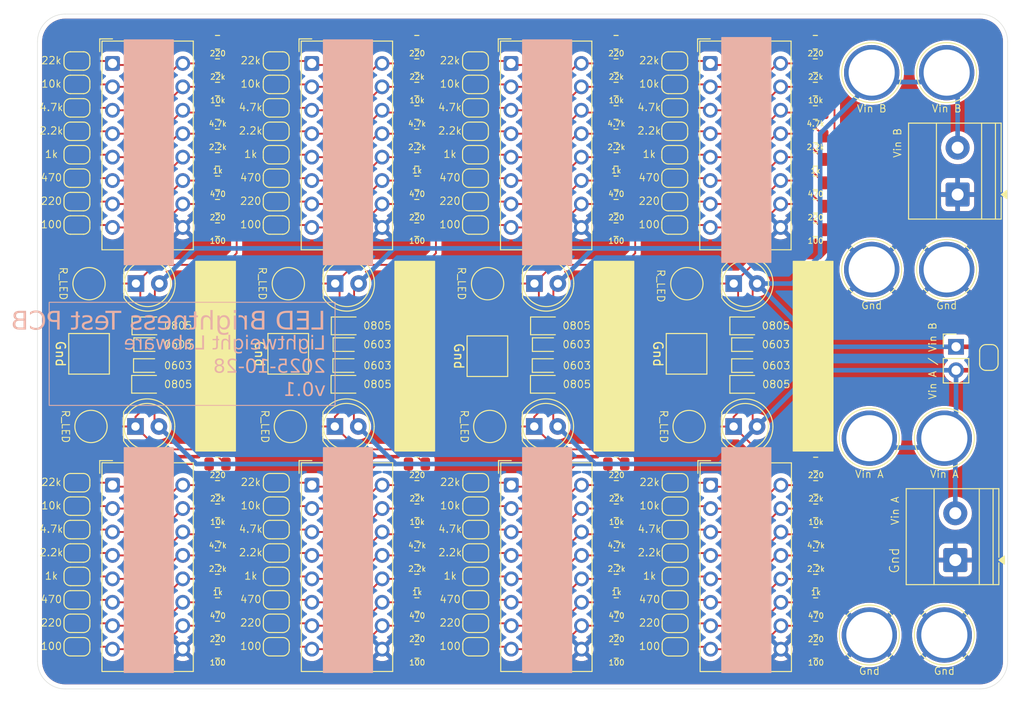
<source format=kicad_pcb>
(kicad_pcb (version 20241229) (generator "pcbnew") (generator_version "9.0")
  (layers (0 "F.Cu" signal) (2 "B.Cu" signal) (13 "F.Paste" user) (15 "B.Paste" user) (5 "F.SilkS" user "F.Silkscreen") (7 "B.SilkS" user "B.Silkscreen") (1 "F.Mask" user) (3 "B.Mask" user) (25 "Edge.Cuts" user))
  (net 0 "")
  (net 1 "Net-(D1-K)")
  (net 2 "Net-(D7-K)")
  (net 3 "Net-(D10-K)")
  (net 4 "GND")
  (net 5 "Net-(JP3-B)")
  (net 6 "Net-(JP4-B)")
  (net 7 "Net-(JP5-B)")
  (net 8 "Net-(JP6-B)")
  (net 9 "Net-(JP7-B)")
  (net 10 "Net-(JP10-A)")
  (net 11 "Net-(JP11-B)")
  (net 12 "Net-(JP12-B)")
  (net 13 "Net-(JP13-B)")
  (net 14 "Net-(JP15-B)")
  (net 15 "Net-(JP17-B)")
  (net 16 "Net-(JP19-B)")
  (net 17 "Net-(JP20-B)")
  (net 18 "Net-(JP21-B)")
  (net 19 "Net-(JP22-B)")
  (net 20 "Net-(JP23-B)")
  (net 21 "Net-(JP25-B)")
  (net 22 "Net-(JP27-B)")
  (net 23 "Net-(JP29-B)")
  (net 24 "Net-(JP28-B)")
  (net 25 "Net-(JP30-B)")
  (net 26 "Net-(JP31-B)")
  (net 27 "Net-(D4-K)")
  (net 28 "Net-(JP14-B)")
  (net 29 "/led_subset/Vin")
  (net 30 "Net-(JP33-B)")
  (net 31 "Net-(JP36-B)")
  (net 32 "Net-(JP37-B)")
  (net 33 "Net-(JP38-B)")
  (net 34 "Net-(JP47-B)")
  (net 35 "/led_subset2/Vin")
  (net 36 "Net-(JP62-B)")
  (net 37 "Net-(JP61-B)")
  (net 38 "Net-(JP60-B)")
  (net 39 "Net-(JP1-A)")
  (net 40 "Net-(JP54-B)")
  (net 41 "Net-(JP53-B)")
  (net 42 "Net-(JP52-B)")
  (net 43 "Net-(JP10-B)")
  (net 44 "Net-(JP17-A)")
  (net 45 "Net-(JP18-B)")
  (net 46 "Net-(JP25-A)")
  (net 47 "Net-(JP46-B)")
  (net 48 "Net-(JP45-B)")
  (net 49 "Net-(JP44-B)")
  (net 50 "Net-(JP26-B)")
  (net 51 "Net-(JP1-B)")
  (net 52 "Net-(JP2-B)")
  (net 53 "Net-(JP41-B)")
  (net 54 "Net-(JP9-A)")
  (net 55 "Net-(D19-K)")
  (net 56 "Net-(D16-K)")
  (net 57 "Net-(D22-K)")
  (net 58 "Net-(JP41-A)")
  (net 59 "Net-(JP42-B)")
  (net 60 "Net-(JP43-B)")
  (net 61 "Net-(JP49-B)")
  (net 62 "Net-(JP49-A)")
  (net 63 "Net-(JP50-B)")
  (net 64 "Net-(JP51-B)")
  (net 65 "Net-(JP55-B)")
  (net 66 "Net-(JP57-A)")
  (net 67 "Net-(JP57-B)")
  (net 68 "Net-(JP58-B)")
  (net 69 "Net-(JP59-B)")
  (net 70 "Net-(JP63-B)")
  (net 71 "Net-(JP39-B)")
  (net 72 "Net-(JP35-B)")
  (net 73 "Net-(JP34-B)")
  (net 74 "Net-(JP33-A)")
  (net 75 "Net-(D13-K)")
  (footprint "Jumper:SolderJumper-2_P1.3mm_Open_RoundedPad1.0x1.5mm" (layer "F.Cu") (at 150.116833 112.776 180)
    (property "Reference" "JP19" (hide yes))
    (property "Value" "4.7k")
  )
  (footprint "Button_Switch_THT:SW_DIP_SPSTx08_Slide_9.78x22.5mm_W7.62mm_P2.54mm" (layer "F.Cu") (at 132.344167 62.24525)
    (property "Reference" "SW7" (hide yes))
    (property "Value" "SW_DIP_x08" (hide yes))
  )
  (footprint "Resistor_SMD:R_0805_2012Metric" (layer "F.Cu") (at 122.1315 110.744 180)
    (property "Reference" "R3" (hide yes))
    (property "Value" "10k")
  )
  (footprint "TestPoint:TestPoint_Pad_D3.0mm" (layer "F.Cu") (at 173.0045 86.12125)
    (property "Reference" "TP13" (hide yes))
    (property "Value" "R_LED")
  )
  (footprint "LED_SMD:LED_0805_2012Metric" (layer "F.Cu") (at 157.736833 97.028)
    (property "Reference" "D8" (hide yes))
    (property "Value" "0805")
  )
  (footprint "Jumper:SolderJumper-2_P1.3mm_Open_RoundedPad1.0x1.5mm" (layer "F.Cu") (at 171.692 79.76375 180)
    (property "Reference" "JP40" (hide yes))
    (property "Value" "100")
  )
  (footprint "TestPoint:TestPoint_Pad_D3.0mm" (layer "F.Cu") (at 130.028167 101.6)
    (property "Reference" "TP6" (hide yes))
    (property "Value" "R_LED")
  )
  (footprint "TestPoint:TestPoint_Pad_D3.0mm" (layer "F.Cu") (at 129.804167 86.12125)
    (property "Reference" "TP15" (hide yes))
    (property "Value" "R_LED")
  )
  (footprint "LED_SMD:LED_0805_2012Metric" (layer "F.Cu") (at 114.549 90.69325)
    (property "Reference" "D17" (hide yes))
    (property "Value" "0805")
  )
  (footprint "Button_Switch_THT:SW_DIP_SPSTx08_Slide_9.78x22.5mm_W7.62mm_P2.54mm" (layer "F.Cu") (at 175.582 107.964)
    (property "Reference" "SW4" (hide yes))
    (property "Value" "SW_DIP_x08" (hide yes))
  )
  (footprint "Resistor_SMD:R_0805_2012Metric" (layer "F.Cu") (at 143.731667 72.65175 180)
    (property "Reference" "R60" (hide yes))
    (property "Value" "1k")
  )
  (footprint "Jumper:SolderJumper-2_P1.3mm_Open_RoundedPad1.0x1.5mm" (layer "F.Cu") (at 106.8915 67.06375 180)
    (property "Reference" "JP43" (hide yes))
    (property "Value" "4.7k")
  )
  (footprint "Resistor_SMD:R_0805_2012Metric" (layer "F.Cu") (at 143.744167 118.364 180)
    (property "Reference" "R15" (hide yes))
    (property "Value" "1k")
  )
  (footprint "Resistor_SMD:R_0805_2012Metric" (layer "F.Cu") (at 165.331833 70.11175 180)
    (property "Reference" "R68" (hide yes))
    (property "Value" "2.2k")
  )
  (footprint "TestPoint:TestPoint_Pad_D3.0mm" (layer "F.Cu") (at 151.640833 101.6)
    (property "Reference" "TP7" (hide yes))
    (property "Value" "R_LED")
  )
  (footprint "Jumper:SolderJumper-2_P1.3mm_Open_RoundedPad1.0x1.5mm" (layer "F.Cu") (at 171.7295 125.4825 180)
    (property "Reference" "JP32" (hide yes))
    (property "Value" "100")
  )
  (footprint "Resistor_SMD:R_0805_2012Metric" (layer "F.Cu") (at 186.932 77.73175 180)
    (property "Reference" "R44" (hide yes))
    (property "Value" "220")
  )
  (footprint "Resistor_SMD:R_0805_2012Metric" (layer "F.Cu") (at 122.1315 123.444 180)
    (property "Reference" "R8" (hide yes))
    (property "Value" "220")
  )
  (footprint "Resistor_SMD:R_0805_2012Metric" (layer "F.Cu") (at 165.331833 59.95175 180)
    (property "Reference" "R64" (hide yes))
    (property "Value" "220")
  )
  (footprint "Resistor_SMD:R_0805_2012Metric" (layer "F.Cu") (at 186.9695 125.9905 180)
    (property "Reference" "R36" (hide yes))
    (property "Value" "100")
  )
  (footprint "Resistor_SMD:R_0805_2012Metric" (layer "F.Cu") (at 165.356833 115.824 180)
    (property "Reference" "R23" (hide yes))
    (property "Value" "2.2k")
  )
  (footprint "Jumper:SolderJumper-2_P1.3mm_Open_RoundedPad1.0x1.5mm" (layer "F.Cu") (at 106.8915 77.22375 180)
    (property "Reference" "JP47" (hide yes))
    (property "Value" "220")
  )
  (footprint "Jumper:SolderJumper-2_P1.3mm_Open_RoundedPad1.0x1.5mm" (layer "F.Cu") (at 128.504167 120.396 180)
    (property "Reference" "JP14" (hide yes))
    (property "Value" "470")
  )
  (footprint "Resistor_SMD:R_0805_2012Metric" (layer "F.Cu") (at 186.932 65.03175 180)
    (property "Reference" "R39" (hide yes))
    (property "Value" "10k")
  )
  (footprint "Jumper:SolderJumper-2_P1.3mm_Open_RoundedPad1.0x1.5mm" (layer "F.Cu") (at 150.091833 61.98375 180)
    (property "Reference" "JP57" (hide yes))
    (property "Value" "22k")
  )
  (footprint "LED_SMD:LED_0603_1608Metric" (layer "F.Cu") (at 136.124167 94.996)
    (property "Reference" "D6" (hide yes))
    (property "Value" "0603")
  )
  (footprint "Resistor_SMD:R_0805_2012Metric" (layer "F.Cu") (at 165.356833 125.984 180)
    (property "Reference" "R27" (hide yes))
    (property "Value" "100")
  )
  (footprint "LED_THT:LED_D5.0mm" (layer "F.Cu") (at 156.484333 86.106)
    (property "Reference" "D22" (hide yes))
    (property "Value" "THT" (hide yes))
  )
  (footprint "Resistor_SMD:R_0805_2012Metric" (layer "F.Cu") (at 122.1315 70.11175 180)
    (property "Reference" "R50" (hide yes))
    (property "Value" "2.2k")
  )
  (footprint "Jumper:SolderJumper-2_P1.3mm_Open_RoundedPad1.0x1.5mm" (layer "F.Cu") (at 128.491667 79.76375 180)
    (property "Reference" "JP56" (hide yes))
    (property "Value" "100")
  )
  (footprint "Resistor_SMD:R_0805_2012Metric" (layer "F.Cu") (at 122.1315 72.65175 180)
    (property "Reference" "R51" (hide yes))
    (property "Value" "1k")
  )
  (footprint "Resistor_SMD:R_0805_2012Metric" (layer "F.Cu") (at 143.744167 108.204 180)
    (property "Reference" "R11" (hide yes))
    (property "Value" "22k")
  )
  (footprint "Jumper:SolderJumper-2_P1.3mm_Open_RoundedPad1.0x1.5mm" (layer "F.Cu") (at 106.8915 61.98375 180)
    (property "Reference" "JP41" (hide yes))
    (property "Value" "22k")
  )
  (footprint "Resistor_SMD:R_0805_2012Metric" (layer "F.Cu") (at 165.356833 118.364 180)
    (property "Reference" "R24" (hide yes))
    (property "Value" "1k")
  )
  (footprint "Resistor_SMD:R_0805_2012Metric" (layer "F.Cu") (at 165.331833 72.65175 180)
    (property "Reference" "R69" (hide yes))
    (property "Value" "1k")
  )
  (footprint "Jumper:SolderJumper-2_P1.3mm_Open_RoundedPad1.0x1.5mm" (layer "F.Cu") (at 106.8915 69.60375 180)
    (property "Reference" "JP44" (hide yes))
    (property "Value" "2.2k")
  )
  (footprint "Jumper:SolderJumper-2_P1.3mm_Open_RoundedPad1.0x1.5mm" (layer "F.Cu") (at 150.116833 120.396 180)
    (property "Reference" "JP22" (hide yes))
    (property "Value" "470")
  )
  (footprint "LED_THT:LED_D5.0mm" (layer "F.Cu") (at 156.461833 101.6)
    (property "Reference" "D7" (hide yes))
    (property "Value" "THT" (hide yes))
  )
  (footprint "Jumper:SolderJumper-2_P1.3mm_Open_RoundedPad1.0x1.5mm" (layer "F.Cu") (at 150.116833 107.696 180)
    (property "Reference" "JP17" (hide yes))
    (property "Value" "22k")
  )
  (footprint "Jumper:SolderJumper-2_P1.3mm_Open_RoundedPad1.0x1.5mm" (layer "F.Cu") (at 128.504167 115.316 180)
    (property "Reference" "JP12" (hide yes))
    (property "Value" "2.2k")
  )
  (footprint "Resistor_SMD:R_0805_2012Metric" (layer "F.Cu") (at 165.331833 80.27175 180)
    (property "Reference" "R72" (hide yes))
    (property "Value" "100")
  )
  (footprint "Jumper:SolderJumper-2_P1.3mm_Open_RoundedPad1.0x1.5mm" (layer "F.Cu") (at 106.8915 64.52375 180)
    (property "Reference" "JP42" (hide yes))
    (property "Value" "10k")
  )
  (footprint "Resistor_SMD:R_0805_2012Metric" (layer "F.Cu") (at 122.1315 77.73175 180)
    (property "Reference" "R53" (hide yes))
    (property "Value" "220")
  )
  (footprint "LED_SMD:LED_0805_2012Metric" (layer "F.Cu") (at 114.5115 97.028)
    (property "Reference" "D2" (hide yes))
    (property "Value" "0805")
  )
  (footprint "LED_THT:LED_D5.0mm" (layer "F.Cu") (at 134.849167 101.6)
    (property "Reference" "D4" (hide yes))
    (property "Value" "THT" (hide yes))
  )
  (footprint "Resistor_SMD:R_0805_2012Metric" (layer "F.Cu") (at 122.1315 125.984 180)
    (property "Reference" "R9" (hide yes))
    (property "Value" "100")
  )
  (footprint "Jumper:SolderJumper-2_P1.3mm_Open_RoundedPad1.0x1.5mm" (layer "F.Cu") (at 106.8915 72.14375 180)
    (property "Reference" "JP45" (hide yes))
    (property "Value" "1k")
  )
  (footprint "Resistor_SMD:R_0805_2012Metric" (layer "F.Cu") (at 186.932 72.65175 180)
    (property "Reference" "R42" (hide yes))
    (property "Value" "1k")
  )
  (footprint "Jumper:SolderJumper-2_P1.3mm_Open_RoundedPad1.0x1.5mm" (layer "F.Cu") (at 171.692 64.52375 180)
    (property "Reference" "JP34" (hide yes))
    (property "Value" "10k")
  )
  (footprint "Resistor_SMD:R_0805_2012Metric" (layer "F.Cu") (at 165.331833 62.49175 180)
    (property "Reference" "R65" (hide yes))
    (property "Value" "22k")
  )
  (footprint "LED_SMD:LED_0603_1608Metric" (layer "F.Cu") (at 136.149167 92.72525)
    (property "Reference" "D21" (hide yes))
    (property "Value" "0603")
  )
  (footprint "Resistor_SMD:R_0805_2012Metric" (layer "F.Cu") (at 122.1315 65.03175 180)
    (property "Reference" "R48" (hide yes))
    (property "Value" "10k")
  )
  (footprint "TestPoint:TestPoint_Plated_Hole_D5.0mm" (layer "F.Cu") (at 201.168 84.582)
    (property "Reference" "TP12" (hide yes))
    (property "Value" "Gnd")
  )
  (footprint "Resistor_SMD:R_0805_2012Metric" (layer "F.Cu") (at 122.1315 59.95175 180)
    (property "Reference" "R46" (hide yes))
    (property "Value" "220")
  )
  (footprint "Resistor_SMD:R_0805_2012Metric" (layer "F.Cu") (at 122.1315 118.364 180)
    (property "Reference" "R6" (hide yes))
    (property "Value" "1k")
  )
  (footprint "Button_Switch_THT:SW_DIP_SPSTx08_Slide_9.78x22.5mm_W7.62mm_P2.54mm" (layer "F.Cu") (at 110.744 107.9575)
    (property "Reference" "SW1" (hide yes))
    (property "Value" "SW_DIP_x08" (hide yes))
  )
  (footprint "Jumper:SolderJumper-2_P1.3mm_Open_RoundedPad1.0x1.5mm" (layer "F.Cu") (at 106.8915 117.856 180)
    (property "Reference" "JP5" (hide yes))
    (property "Value" "1k")
  )
  (footprint "Jumper:SolderJumper-2_P1.3mm_Open_RoundedPad1.0x1.5mm" (layer "F.Cu") (at 150.091833 72.14375 180)
    (property "Reference" "JP61" (hide yes))
    (property "Value" "1k")
  )
  (footprint "Resistor_SMD:R_0805_2012Metric" (layer "F.Cu") (at 122.1315 62.49175 180)
    (property "Reference" "R47" (hide yes))
    (property "Value" "22k")
  )
  (footprint "Jumper:SolderJumper-2_P1.3mm_Open_RoundedPad1.0x1.5mm" (layer "F.Cu") (at 171.7295 110.2425 180)
    (property "Reference" "JP26" (hide yes))
    (property "Value" "10k")
  )
  (footprint "Resistor_SMD:R_0805_2012Metric" (layer "F.Cu") (at 165.331833 77.73175 180)
    (property "Reference" "R71" (hide yes))
    (property "Value" "220")
  )
  (footprint "Jumper:SolderJumper-2_P1.3mm_Open_RoundedPad1.0x1.5mm" (layer "F.Cu") (at 106.8915 120.396 180)
    (property "Reference" "JP6" (hide yes))
    (property "Value" "470")
  )
  (footprint "Resistor_SMD:R_0805_2012Metric" (layer "F.Cu") (at 122.1315 115.824 180)
    (property "Reference" "R5" (hide yes))
    (property "Value" "2.2k")
  )
  (footprint "Jumper:SolderJumper-2_P1.3mm_Open_RoundedPad1.0x1.5mm" (layer "F.Cu") (at 205.74 94.122 -90)
    (property "Reference" "JP65" (hide yes))
    (property "Value" "SolderJumper_2_Open" (hide yes))
  )
  (footprint "Resistor_SMD:R_0805_2012Metric" (layer "F.Cu") (at 186.932 67.57175 180)
    (property "Reference" "R40" (hide yes))
    (property "Value" "4.7k")
  )
  (footprint "Jumper:SolderJumper-2_P1.3mm_Open_RoundedPad1.0x1.5mm" (layer "F.Cu") (at 128.504167 117.856 180)
    (property "Reference" "JP13" (hide yes))
    (property "Value" "1k")
  )
  (footprint "TestPoint:TestPoint_Plated_Hole_D5.0mm" (layer "F.Cu") (at 192.786 102.87)
    (property "Reference" "TP1" (hide yes))
    (property "Value" "Vin A")
  )
  (footprint "TestPoint:TestPoint_Plated_Hole_D5.0mm" (layer "F.Cu") (at 192.786 124.206)
    (property "Reference" "TP2" (hide yes))
    (property "Value" "Gnd")
  )
  (footprint "Resistor_SMD:R_0805_2012Metric" (layer "F.Cu") (at 143.731667 62.49175 180)
    (property "Reference" "R56" (hide yes))
    (property "Value" "22k")
  )
  (footprint "Jumper:SolderJumper-2_P1.3mm_Open_RoundedPad1.0x1.5mm" (layer "F.Cu") (at 106.8915 122.936 180)
    (property "Reference" "JP7" (hide yes))
    (property "Value" "220")
  )
  (footprint "Jumper:SolderJumper-2_P1.3mm_Open_RoundedPad1.0x1.5mm" (layer "F.Cu") (at 128.504167 125.476 180)
    (property "Reference" "JP16" (hide yes))
    (property "Value" "100")
  )
  (footprint "Jumper:SolderJumper-2_P1.3mm_Open_RoundedPad1.0x1.5mm" (layer "F.Cu") (at 150.116833 125.476 180)
    (property "Reference" "JP24" (hide yes))
    (property "Value" "100")
  )
  (footprint "TestPoint:TestPoint_Pad_4.0x4.0mm" (layer "F.Cu") (at 151.384 93.98 -90)
    (property "Reference" "TP19" (hide yes))
    (property "Value" "Gnd")
  )
  (footprint "TestPoint:TestPoint_Pad_D3.0mm" (layer "F.Cu") (at 151.404333 86.12125)
    (property "Reference" "TP16" (hide yes))
    (property "Value" "R_LED")
  )
  (footprint "Button_Switch_THT:SW_DIP_SPSTx08_Slide_9.78x22.5mm_W7.62mm_P2.54mm" (layer "F.Cu") (at 110.744 62.24525)
    (property "Reference" "SW6" (hide yes))
    (property "Value" "SW_DIP_x08" (hide yes))
  )
  (footprint "Resistor_SMD:R_0805_2012Metric" (layer "F.Cu") (at 186.9695 110.7505 180)
    (property "Reference" "R30" (hide yes))
    (property "Value" "10k")
  )
  (footprint "LED_SMD:LED_0805_2012Metric" (layer "F.Cu") (at 136.124167 97.028)
    (property "Reference" "D5" (hide yes))
    (property "Value" "0805")
  )
  (footprint "Button_Switch_THT:SW_DIP_SPSTx08_Slide_9.78x22.5mm_W7.62mm_P2.54mm" (layer "F.Cu") (at 153.969333 107.9575)
    (property "Reference" "SW3" (hide yes))
    (property "Value" "SW_DIP_x08" (hide yes))
  )
  (footprint "Resistor_SMD:R_0805_2012Metric" (layer "F.Cu") (at 143.744167 120.904 180)
    (property "Reference" "R16" (hide yes))
    (property "Value" "470")
  )
  (footprint "LED_SMD:LED_0805_2012Metric" (layer "F.Cu") (at 157.749333 90.69325)
    (property "Reference" "D23" (hide yes))
    (property "Value" "0805")
  )
  (footprint "Jumper:SolderJumper-2_P1.3mm_Open_RoundedPad1.0x1.5mm" (layer "F.Cu") (at 128.491667 67.06375 180)
    (property "Reference" "JP51" (hide yes))
    (property "Value" "4.7k")
  )
  (footprint "Jumper:SolderJumper-2_P1.3mm_Open_RoundedPad1.0x1.5mm" (layer "F.Cu") (at 128.491667 77.22375 180)
    (property "Reference" "JP55" (hide yes))
    (property "Value" "220")
  )
  (footprint "Resistor_SMD:R_0805_2012Metric" (layer "F.Cu") (at 186.9695 118.3705 180)
    (property "Reference" "R33" (hide yes))
    (property "Value" "1k")
  )
  (footprint "Resistor_SMD:R_0805_2012Metric" (layer "F.Cu") (at 165.356833 120.904 180)
    (property "Reference" "R25" (hide yes))
    (property "Value" "470")
  )
  (footprint "Resistor_SMD:R_0805_2012Metric" (layer "F.Cu") (at 186.932 59.95175 180)
    (property "Reference" "R37" (hide yes))
    (property "Value" "220")
  )
  (footprint "Resistor_SMD:R_0805_2012Metric" (layer "F.Cu") (at 186.9695 120.9105 180)
    (property "Reference" "R34" (hide yes))
    (property "Value" "470")
  )
  (footprint "LED_THT:LED_D5.0mm" (layer "F.Cu") (at 113.284 86.106)
    (property "Reference" "D16" (hide yes))
    (property "Value" "THT" (hide yes))
  )
  (footprint "Jumper:SolderJumper-2_P1.3mm_Open_RoundedPad1.0x1.5mm" (layer "F.Cu") (at 128.504167 112.776 180)
    (property "Reference" "JP11" (hide yes))
    (property "Value" "4.7k")
  )
  (footprint "Jumper:SolderJumper-2_P1.3mm_Open_RoundedPad1.0x1.5mm" (layer "F.Cu") (at 128.504167 110.236 180)
    (property "Reference" "JP10" (hide yes))
    (property "Value" "10k")
  )
  (footprint "Button_Switch_THT:SW_DIP_SPSTx08_Slide_9.78x22.5mm_W7.62mm_P2.54mm" (layer "F.Cu") (at 132.356667 107.9575)
    (property "Reference" "SW2" (hide yes))
    (property "Value" "SW_DIP_x08" (hide yes))
  )
  (footprint "Jumper:SolderJumper-2_P1.3mm_Open_RoundedPad1.0x1.5mm" (layer "F.Cu") (at 128.491667 69.60375 180)
    (property "Reference" "JP52" (hide yes))
    (property "Value" "2.2k")
  )
  (footprint "Jumper:SolderJumper-2_P1.3mm_Open_RoundedPad1.0x1.5mm" (layer "F.Cu") (at 128.504167 122.936 180)
    (property "Reference" "JP15" (hide yes))
    (property "Value" "220")
  )
  (footprint "LED_SMD:LED_0805_2012Metric" (layer "F.Cu") (at 179.3495 90.69325)
    (property "Reference" "D14" (hide yes))
    (property "Value" "0805")
  )
  (footprint "Jumper:SolderJumper-2_P1.3mm_Open_RoundedPad1.0x1.5mm" (layer "F.Cu") (at 106.8915 115.316 180)
    (property "Reference" "JP4" (hide yes))
    (property "Value" "2.2k")
  )
  (footprint "TestPoint:TestPoint_Pad_D3.0mm" (layer "F.Cu") (at 108.204 86.12125)
    (property "Reference" "TP14" (hide yes))
    (property "Value" "R_LED")
  )
  (footprint "LED_THT:LED_D5.0mm" (layer "F.Cu") (at 178.0845 86.106)
    (property "Reference" "D13" (hide yes))
    (property "Value" "THT" (hide yes))
  )
  (footprint "Resistor_SMD:R_0805_2012Metric" (layer "F.Cu") (at 165.356833 123.444 180)
    (property "Reference" "R26" (hide yes))
    (property "Value" "220")
  )
  (footprint "Resistor_SMD:R_0805_2012Metric" (layer "F.Cu") (at 122.1315 75.19175 180)
    (property "Reference" "R52" (hide yes))
    (property "Value" "470")
  )
  (footprint "LED_SMD:LED_0603_1608Metric" (layer "F.Cu") (at 157.749333 92.72525)
    (property "Reference" "D24" (hide yes))
    (property "Value" "0603")
  )
  (footprint "TestPoint:TestPoint_Plated_Hole_D5.0mm" (layer "F.Cu") (at 200.914 102.87)
    (property "Reference" "TP3" (hide yes))
    (property "Value" "Vin A")
  )
  (footprint "Resistor_SMD:R_0805_2012Metric" (layer "F.Cu") (at 186.9695 115.8305 180)
    (property "Reference" "R32" (hide yes))
    (property "Value" "2.2k")
  )
  (footprint "Jumper:SolderJumper-2_P1.3mm_Open_RoundedPad1.0x1.5mm" (layer "F.Cu") (at 171.7295 120.4025 180)
    (property "Reference" "JP30" (hide yes))
    (property "Value" "470")
  )
  (footprint "Resistor_SMD:R_0805_2012Metric" (layer "F.Cu") (at 122.1315 80.27175 180)
    (property "Reference" "R54" (hide yes))
    (property "Value" "100")
  )
  (footprint "Jumper:SolderJumper-2_P1.3mm_Open_RoundedPad1.0x1.5mm" (layer "F.Cu") (at 106.8915 110.236 180)
    (property "Reference" "JP2" (hide yes))
    (property "Value" "10k")
  )
  (footprint "Resistor_SMD:R_0805_2012Metric" (layer "F.Cu") (at 186.9695 123.4505 180)
    (property "Reference" "R35" (hide yes))
    (property "Value" "220")
  )
  (footprint "TestPoint:TestPoint_Pad_4.0x4.0mm" (layer "F.Cu") (at 129.794 93.726 -90)
    (property "Reference" "TP18" (hide yes))
    (property "Value" "Gnd")
  )
  (footprint "Jumper:SolderJumper-2_P1.3mm_Open_RoundedPad1.0x1.5mm" (layer "F.Cu") (at 171.7295 117.8625 180)
    (property "Reference" "JP29" (hide yes))
    (property "Value" "1k")
  )
  (footprint "Resistor_SMD:R_0805_2012Metric" (layer "F.Cu") (at 165.356833 110.744 180)
    (property "Reference" "R21" (hide yes))
    (property "Value" "10k")
  )
  (footprint "Jumper:SolderJumper-2_P1.3mm_Open_RoundedPad1.0x1.5mm" (layer "F.Cu") (at 106.8915 79.76375 180)
    (property "Reference" "JP48" (hide yes))
    (property "Value" "100")
  )
  (footprint "Button_Switch_THT:SW_DIP_SPSTx08_Slide_9.78x22.5mm_W7.62mm_P2.54mm" (layer "F.Cu") (at 153.944333 62.24525)
    (property "Reference" "SW8" (hide yes))
    (property "Value" "SW_DIP_x08" (hide yes))
  )
  (footprint "LED_SMD:LED_0603_1608Metric" (layer "F.Cu") (at 157.736833 94.996)
    (property "Reference" "D9" (hide yes))
    (property "Value" "0603")
  )
  (footprint "Resistor_SMD:R_0805_2012Metric" (layer "F.Cu") (at 122.1315 120.904 180)
    (property "Reference" "R7" (hide yes))
    (property "Value" "470")
  )
  (footprint "Jumper:SolderJumper-2_P1.3mm_Open_RoundedPad1.0x1.5mm" (layer "F.Cu") (at 128.491667 74.68375 180)
    (property "Reference" "JP54" (hide yes))
    (property "Value" "470")
  )
  (footprint "Resistor_SMD:R_0805_2012Metric" (layer "F.Cu") (at 143.744167 115.824 180)
    (property "Reference" "R14" (hide yes))
    (property "Value" "2.2k")
  )
  (footprint "Resistor_SMD:R_0805_2012Metric" (layer "F.Cu") (at 122.1315 67.57175 180)
    (property "Reference" "R49" (hide yes))
    (property "Value" "4.7k")
  )
  (footprint "LED_THT:LED_D5.0mm" (layer "F.Cu") (at 178.0745 101.6065)
    (property "Reference" "D10" (hide yes))
    (property "Value" "THT" (hide yes))
  )
  (footprint "TestPoint:TestPoint_Pad_D3.0mm" (layer "F.Cu") (at 173.2535 101.6065)
    (property "Reference" "TP8" (hide yes))
    (property "Value" "R_LED")
  )
  (footprint "Resistor_SMD:R_0805_2012Metric" (layer "F.Cu") (at 143.731667 75.19175 180)
    (property "Reference" "R61" (hide yes))
    (property "Value" "470")
  )
  (footprint "TestPoint:TestPoint_Pad_D3.0mm" (layer "F.Cu") (at 108.4155 101.6)
    (property "Reference" "TP5" (hide yes))
    (property "Value" "R_LED")
  )
  (footprint "Jumper:SolderJumper-2_P1.3mm_Open_RoundedPad1.0x1.5mm" (layer "F.Cu") (at 171.7295 122.9425 180)
    (property "Reference" "JP31" (hide yes))
    (property "Value" "220")
  )
  (footprint "Jumper:SolderJumper-2_P1.3mm_Open_RoundedPad1.0x1.5mm" (layer "F.Cu") (at 128.491667 61.98375 180)
    (property "Reference" "JP49" (hide yes))
    (property "Value" "22k")
  )
  (footprint "Resistor_SMD:R_0805_2012Metric" (layer "F.Cu") (at 143.731667 59.95175 180)
    (property "Reference" "R55" (hide yes))
    (property "Value" "220")
  )
  (footprint "Resistor_SMD:R_0805_2012Metric" (layer "F.Cu") (at 186.9695 105.6705 180)
    (property "Reference" "R28" (hide yes))
    (property "Value" "220")
  )
  (footprint "Jumper:SolderJumper-2_P1.3mm_Open_RoundedPad1.0x1.5mm" (layer "F.Cu") (at 150.091833 79.76375 180)
    (property "Reference" "JP64" (hide yes))
    (property "Value" "100")
  )
  (footprint "Resistor_SMD:R_0805_2012Metric" (layer "F.Cu") (at 186.932 80.27175 180)
    (property "Reference" "R45" (hide yes))
    (property "Value" "100")
  )
  (footprint "Jumper:SolderJumper-2_P1.3mm_Open_RoundedPad1.0x1.5mm" (layer "F.Cu") (at 171.692 69.60375 180)
    (property "Reference" "JP36" (hide yes))
    (property "Value" "2.2k")
  )
  (footprint "Jumper:SolderJumper-2_P1.3mm_Open_RoundedPad1.0x1.5mm" (layer "F.Cu") (at 171.7295 112.7825 180)
    (property "Reference" "JP27" (hide yes))
    (property "Value" "4.7k")
  )
  (footprint "Jumper:SolderJumper-2_P1.3mm_Open_RoundedPad1.0x1.5mm" (layer "F.Cu") (at 171.7295 115.3225 180)
    (property "Reference" "JP28" (hide yes))
    (property "Value" "2.2k")
  )
  (footprint "TerminalBlock_Phoenix:TerminalBlock_Phoenix_MKDS-1,5-2-5.08_1x02_P5.08mm_Horizontal" (layer "F.Cu") (at 202.3565 76.459 90)
    (property "Reference" "J2" (hide yes))
    (property "Value" "Vin B")
  )
  (footprint "TestPoint:TestPoint_Plated_Hole_D5.0mm" (layer "F.Cu") (at 200.914 124.206)
    (property "Reference" "TP4" (hide yes))
    (property "Value" "Gnd")
  )
  (footprint "LED_SMD:LED_0805_2012Metric" (layer "F.Cu") (at 136.149167 90.69325)
    (property "Reference" "D20" (hide yes))
    (property "Value" "0805")
  )
  (footprint "TestPoint:TestPoint_Plated_Hole_D5.0mm" (layer "F.Cu") (at 193.04 84.582)
    (property "Reference" "TP10" (hide yes))
    (property "Value" "Gnd")
  )
  (footprint "Resistor_SMD:R_0805_2012Metric" (layer "F.Cu") (at 186.9695 108.2105 180)
    (property "Reference" "R29" (hide yes))
    (property "Value" "22k")
  )
  (footprint "Resistor_SMD:R_0805_2012Metric" (layer "F.Cu") (at 165.331833 65.03175 180)
    (property "Reference" "R66" (hide yes))
    (property "Value" "10k")
  )
  (footprint "Resistor_SMD:R_0805_2012Metric" (layer "F.Cu") (at 143.744167 123.444 180)
    (property "Reference" "R17" (hide yes))
    (property "Value" "220")
  )
  (footprint "Jumper:SolderJumper-2_P1.3mm_Open_RoundedPad1.0x1.5mm" (layer "F.Cu") (at 106.8915 74.68375 180)
    (property "Reference" "JP46" (hide yes))
    (property "Value" "470")
  )
  (footprint "Jumper:SolderJumper-2_P1.3mm_Open_RoundedPad1.0x1.5mm" (layer "F.Cu") (at 150.091833 77.22375 180)
    (property "Reference" "JP63" (hide yes))
    (property "Value" "220")
  )
  (footprint "Resistor_SMD:R_0805_2012Metric" (layer "F.Cu") (at 122.1315 105.664 180)
    (property "Reference" "R1" (hide yes))
    (property "Value" "220")
  )
  (footprint "Resistor_SMD:R_0805_2012Metric" (layer "F.Cu") (at 143.731667 67.57175 180)
    (property "Reference" "R58" (hide yes))
    (property "Value" "4.7k")
  )
  (footprint "Resistor_SMD:R_0805_2012Metric" (layer "F.Cu") (at 186.932 70.11175 180)
    (property "Reference" "R41" (hide yes))
    (property "Value" "2.2k")
  )
  (footprint "Resistor_SMD:R_0805_2012Metric" (layer "F.Cu") (at 186.932 62.49175 180)
    (property "Reference" "R38" (hide yes))
    (property "Value" "22k")
  )
  (footprint "Jumper:SolderJumper-2_P1.3mm_Open_RoundedPad1.0x1.5mm" (layer "F.Cu") (at 106.8915 107.696 180)
    (property "Reference" "JP1" (hide yes))
    (property "Value" "22k")
  )
  (footprint "LED_THT:LED_D5.0mm" (layer "F.Cu") (at 134.884167 86.106)
    (property "Reference" "D19" (hide yes))
    (property "Value" "THT" (hide yes))
  )
  (footprint "Resistor_SMD:R_0805_2012Metric" (layer "F.Cu") (at 165.356833 105.664 180)
    (property "Reference" "R19" (hide yes))
    (property "Value" "220")
  )
  (footprint "Jumper:SolderJumper-2_P1.3mm_Open_RoundedPad1.0x1.5mm" (layer "F.Cu") (at 128.504167 107.696 180)
    (property "Reference" "JP9" (hide yes))
    (property "Value" "22k")
  )
  (footprint "Jumper:SolderJumper-2_P1.3mm_Open_RoundedPad1.0x1.5mm" (layer "F.Cu") (at 150.091833 74.68375 180)
    (property "Reference" "JP62" (hide yes))
    (property "Value" "470")
  )
  (footprint "Resistor_SMD:R_0805_2012Metric" (layer "F.Cu") (at 143.744167 105.664 180)
    (property "Reference" "R10" (hide yes))
    (property "Value" "220")
  )
  (footprint "Resistor_SMD:R_0805_2012Metric" (layer "F.Cu") (at 122.1315 108.204 180)
    (property "Reference" "R2" (hide yes))
    (property "Value" "22k")
  )
  (footprint "Jumper:SolderJumper-2_P1.3mm_Open_RoundedPad1.0x1.5mm" (layer "F.Cu") (at 128.491667 64.52375 180)
    (property "Reference" "JP50" (hide yes))
    (property "Value" "10k")
  )
  (footprint "Resistor_SMD:R_0805_2012Metric" (layer "F.Cu") (at 165.331833 67.57175 180)
    (property "Reference" "R67" (hide yes))
    (property "Value" "4.7k")
  )
  (footprint "Jumper:SolderJumper-2_P1.3mm_Open_RoundedPad1.0x1.5mm" (layer "F.Cu") (at 171.692 61.98375 180)
    (property "Reference" "JP33" (hide yes))
    (property "Value" "22k")
  )
  (footprint "Resistor_SMD:R_0805_2012Metric" (layer "F.Cu") (at 122.1315 113.284 180)
    (property "Reference" "R4" (hide yes))
    (property "Value" "4.7k")
  )
  (footprint "Resistor_SMD:R_0805_2012Metric" (layer "F.Cu") (at 186.932 75.19175 180)
    (property "Reference" "R43" (hide yes))
    (property "Value" "470")
  )
  (footprint "LED_SMD:LED_0805_2012Metric" (layer "F.Cu") (at 179.3495 97.0345)
    (property "Reference" "D11" (hide yes))
    (property "Value" "0805")
  )
  (footprint "LED_SMD:LED_0603_1608Metric" (layer "F.Cu") (at 114.549 92.72525)
    (property "Reference" "D18" (hide yes))
    (property "Value" "0603")
  )
  (footprint "Resistor_SMD:R_0805_2012Metric" (layer "F.Cu") (at 143.731667 80.27175 180)
    (property "Reference" "R63" (hide yes))
    (property "Value" "100")
  )
  (footprint "Jumper:SolderJumper-2_P1.3mm_Open_RoundedPad1.0x1.5mm" (layer "F.Cu") (at 150.091833 67.06375 180)
    (property "Reference" "JP59" (hide yes))
    (property "Value" "4.7k")
  )
  (footprint "Jumper:SolderJumper-2_P1.3mm_Open_RoundedPad1.0x1.5mm" (layer "F.Cu") (at 106.8915 125.476 180)
    (property "Reference" "JP8" (hide yes))
    (property "Value" "100")
  )
  (footprint "Jumper:SolderJumper-2_P1.3mm_Open_RoundedPad1.0x1.5mm" (layer "F.Cu") (at 150.116833 117.856 180)
    (property "Reference" "JP21" (hide yes))
    (property "Value" "1k")
  )
  (footprint "TestPoint:TestPoint_Pad_4.0x4.0mm" (layer "F.Cu") (at 172.974 93.726 -90)
    (property "Reference" "TP20" (hide yes))
    (property "Value" "Gnd")
  )
  (footprint "TestPoint:TestPoint_Pad_4.0x4.0mm" (layer "F.Cu") (at 108.204 93.726 -90)
    (property "Reference" "TP17" (hide yes))
    (property "Value" "Gnd")
  )
  (footprint "LED_SMD:LED_0603_1608Metric" (layer "F.Cu") (at 114.5115 94.996)
    (property "Reference" "D3" (hide yes))
    (property "Value" "0603")
  )
  (footprint "Resistor_SMD:R_0805_2012Metric" (layer "F.Cu") (at 165.331833 75.19175 180)
    (property "Reference" "R70" (hide yes))
    (property "Value" "470")
  )
  (footprint "LED_SMD:LED_0603_1608Metric" (layer "F.Cu") (at 179.3495 95.0025)
    (property "Reference" "D12" (hide yes))
    (property "Value" "0603")
  )
  (footprint "Resistor_SMD:R_0805_2012Metric" (layer "F.Cu") (at 143.731667 77.73175 180)
    (property "Reference" "R62" (hide yes))
    (property "Value" "220")
  )
  (footprint "TerminalBlock_Phoenix:TerminalBlock_Phoenix_MKDS-1,5-2-5.08_1x02_P5.08mm_Horizontal" (layer "F.Cu") (at 202.1025 116.083 90)
    (property "Reference" "J1" (hide yes))
    (property "Value" "Vin A")
  )
  (footprint "Resistor_SMD:R_0805_2012Metric" (layer "F.Cu") (at 143.731667 65.03175 180)
    (property "Reference" "R57" (hide yes))
    (property "Value" "10k")
  )
  (footprint "Resistor_SMD:R_0805_2012Metric" (layer "F.Cu") (at 186.9695 113.2905 180)
    (property "Reference" "R31" (hide yes))
    (property "Value" "4.7k")
  )
  (footprint "Jumper:SolderJumper-2_P1.3mm_Open_RoundedPad1.0x1.5mm" (layer "F.Cu") (at 150.116833 122.936 180)
    (property "Reference" "JP23" (hide yes))
    (property "Value" "220")
  )
  (footprint "Jumper:SolderJumper-2_P1.3mm_Open_RoundedPad1.0x1.5mm" (layer "F.Cu") (at 106.8915 112.776 180)
    (property "Reference" "JP3" (hide yes))
    (property "Value" "4.7k")
  )
  (footprint "Resistor_SMD:R_0805_2012Metric" (layer "F.Cu") (at 143.744167 125.984 180)
    (property "Reference" "R18" (hide yes))
    (property "Value" "100")
  )
  (footprint "Jumper:SolderJumper-2_P1.3mm_Open_RoundedPad1.0x1.5mm" (layer "F.Cu") (at 150.091833 69.60375 180)
    (property "Reference" "JP60" (hide yes))
    (property "Value" "2.2k")
  )
  (footprint "Jumper:SolderJumper-2_P1.3mm_Open_RoundedPad1.0x1.5mm" (layer "F.Cu") (at 171.692 67.06375 180)
    (property "Reference" "JP35" (hide yes))
    (property "Value" "4.7k")
  )
  (footprint "Resistor_SMD:R_0805_2012Metric" (layer "F.Cu") (at 143.744167 113.284 180)
    (property "Reference" "R13" (hide yes))
    (property "Value" "4.7k")
  )
  (footprint "TestPoint:TestPoint_Plated_Hole_D5.0mm" (layer "F.Cu") (at 201.168 63.246)
    (property "Reference" "TP11" (hide yes))
    (property "Value" "Vin B")
  )
  (footprint "Jumper:SolderJumper-2_P1.3mm_Open_RoundedPad1.0x1.5mm" (layer "F.Cu") (at 150.091833 64.52375 180)
    (property "Reference" "JP58" (hide yes))
    (property "Value" "10k")
  )
  (footprint "Resistor_SMD:R_0805_2012Metric" (layer "F.Cu") (at 143.744167 110.744 180)
    (property "Reference" "R12" (hide yes))
    (property "Value" "10k")
  )
  (footprint "TestPoint:TestPoint_Plated_Hole_D5.0mm" (layer "F.Cu") (at 193.04 63.246)
    (property "Reference" "TP9" (hide yes))
    (property "Value" "Vin B")
  )
  (footprint "Jumper:SolderJumper-2_P1.3mm_Open_RoundedPad1.0x1.5mm" (layer "F.Cu") (at 171.692 74.68375 180)
    (property "Reference" "JP38" (hide yes))
    (property "Value" "470")
  )
  (footprint "Resistor_SMD:R_0805_2012Metric" (layer "F.Cu") (at 143.731667 70.11175 180)
    (property "Reference" "R59" (hide yes))
    (property "Value" "2.2k")
  )
  (footprint "Resistor_SMD:R_0805_2012Metric" (layer "F.Cu") (at 165.356833 108.204 180)
    (property "Reference" "R20" (hide yes))
    (property "Value" "22k")
  )
  (footprint "Jumper:SolderJumper-2_P1.3mm_Open_RoundedPad1.0x1.5mm" (layer "F.Cu") (at 128.491667 72.14375 180)
    (property "Reference" "JP53" (hide yes))
    (property "Value" "1k")
  )
  (footprint "LED_SMD:LED_0603_1608Metric" (layer "F.Cu") (at 179.3495 92.72525)
    (property "Reference" "D15" (hide yes))
    (property "Value" "0603")
  )
  (footprint "Jumper:SolderJumper-2_P1.3mm_Open_RoundedPad1.0x1.5mm" (layer "F.Cu") (at 150.116833 115.316 180)
    (property "Reference" "JP20" (hide yes))
    (property "Value" "2.2k")
  )
  (footprint "Connector_PinHeader_2.54mm:PinHeader_1x02_P2.54mm_Vertical" (layer "F.Cu") (at 202.184 92.964)
    (property "Reference" "JP66" (hide yes))
    (property "Value" "Vin A / Vin B")
  )
  (footprint "Resistor_SMD:R_0805_2012Metric" (layer "F.Cu") (at 165.356833 113.284 180)
    (property "Reference" "R22" (hide yes))
    (property "Value" "4.7k")
  )
  (footprint "Jumper:SolderJumper-2_P1.3mm_Open_RoundedPad1.0x1.5mm" (layer "F.Cu") (at 171.692 77.22375 180)
    (property "Reference" "JP39" (hide yes))
    (property "Value" "220")
  )
  (footprint "LED_THT:LED_D5.0mm" (layer "F.Cu") (at 113.2365 101.6)
    (property "Reference" "D1" (hide yes))
    (property "Value" "THT" (hide yes))
  )
  (footprint "Jumper:SolderJumper-2_P1.3mm_Open_RoundedPad1.0x1.5mm" (layer "F.Cu") (at 171.7295 107.7025 180)
    (property "Reference" "JP25" (hide yes))
    (property "Value" "22k")
  )
  (footprint "Jumper:SolderJumper-2_P1.3mm_Open_RoundedPad1.0x1.5mm" (layer "F.Cu") (at 150.116833 110.236 180)
    (property "Reference" "JP18" (hide yes))
    (property "Value" "10k")
  )
  (footprint "Jumper:SolderJumper-2_P1.3mm_Open_RoundedPad1.0x1.5mm" (layer "F.Cu") (at 171.692 72.14375 180)
    (property "Reference" "JP37" (hide yes))
    (property "Value" "1k")
  )
  (footprint "Button_Switch_THT:SW_DIP_SPSTx08_Slide_9.78x22.5mm_W7.62mm_P2.54mm" (layer "F.Cu") (at 175.5445 62.24525)
    (property "Reference" "SW5" (hide yes))
    (property "Value" "SW_DIP_x08" (hide yes))
  )
  (gr_rect (start 119.761 83.693) (end 124.079 104.267) (stroke (width 0.1)) (fill yes) (layer "F.SilkS"))
  (gr_rect (start 141.351 83.693) (end 145.669 104.267) (stroke (width 0.1)) (fill yes) (layer "F.SilkS"))
  (gr_rect (start 162.941 83.693) (end 167.259 104.267) (stroke (width 0.1)) (fill yes) (layer "F.SilkS"))
  (gr_rect (start 184.531 83.693) (end 188.849 104.267) (stroke (width 0.1)) (fill yes) (layer "F.SilkS"))
  (gr_rect (start 112.014 103.886) (end 117.348 128.27) (stroke (width 0.1)) (fill yes) (layer "B.SilkS"))
  (gr_rect (start 133.604 103.886) (end 138.938 128.27) (stroke (width 0.1)) (fill yes) (layer "B.SilkS"))
  (gr_rect (start 155.194 59.69) (end 160.528 84.074) (stroke (width 0.1)) (fill yes) (layer "B.SilkS"))
  (gr_rect (start 103.886 88.138) (end 134.874 99.314) (stroke (width 0.1)) (fill no) (layer "B.SilkS"))
  (gr_rect (start 155.194 103.886) (end 160.528 128.27) (stroke (width 0.1)) (fill yes) (layer "B.SilkS"))
  (gr_rect (start 176.784 103.886) (end 182.118 128.27) (stroke (width 0.1)) (fill yes) (layer "B.SilkS"))
  (gr_rect (start 112.014 59.69) (end 117.348 84.074) (stroke (width 0.1)) (fill yes) (layer "B.SilkS"))
  (gr_rect (start 133.604 59.69) (end 138.938 84.074) (stroke (width 0.1)) (fill yes) (layer "B.SilkS"))
  (gr_rect (start 176.784 59.436) (end 182.118 83.82) (stroke (width 0.1)) (fill yes) (layer "B.SilkS"))
  (gr_line (start 105.616 56.896) (end 204.772 56.896) (stroke (width 0.05)) (layer "Edge.Cuts"))
  (gr_arc (start 105.616 130.048) (mid 103.49468 129.16932) (end 102.616 127.048) (stroke (width 0.05)) (layer "Edge.Cuts"))
  (gr_line (start 102.616 127.048) (end 102.616 59.896) (stroke (width 0.05)) (layer "Edge.Cuts"))
  (gr_line (start 207.772 59.896) (end 207.772 127.048) (stroke (width 0.05)) (layer "Edge.Cuts"))
  (gr_arc (start 204.772 56.896) (mid 206.89332 57.77468) (end 207.772 59.896) (stroke (width 0.05)) (layer "Edge.Cuts"))
  (gr_arc (start 102.616 59.896) (mid 103.49468 57.77468) (end 105.616 56.896) (stroke (width 0.05)) (layer "Edge.Cuts"))
  (gr_line (start 204.772 130.048) (end 105.616 130.048) (stroke (width 0.05)) (layer "Edge.Cuts"))
  (gr_arc (start 207.772 127.048) (mid 206.89332 129.16932) (end 204.772 130.048) (stroke (width 0.05)) (layer "Edge.Cuts"))
  (gr_text "Gnd" (at 196.088 117.602 90) (layer "F.SilkS") (effects (font (size 1 1) (thickness 0.1)) (justify left bottom)))
  (gr_text "LED Brightness Test PCB" (at 133.858 91.44 0) (layer "B.SilkS") (effects (font (size 2 2) (thickness 0.1)) (justify left bottom mirror)))
  (gr_text "Lightweight Labware\n2025-10-28 \nv0.1" (at 133.858 98.552 0) (layer "B.SilkS") (effects (font (size 1.5 1.5) (thickness 0.1)) (justify left bottom mirror)))
  (segment (start 113.2365 101.6) (end 115.7175 104.081) (width 0.2) (layer "F.Cu") (net 1))
  (segment (start 113.2365 101.6) (end 113.2365 100.557) (width 0.2) (layer "F.Cu") (net 1))
  (segment (start 113.2365 100.557) (end 113.724 100.0695) (width 0.2) (layer "F.Cu") (net 1))
  (segment (start 113.724 100.0695) (end 113.724 94.996) (width 0.2) (layer "F.Cu") (net 1))
  (segment (start 122.9795 105.664) (end 123.044 105.664) (width 0.2) (layer "F.Cu") (net 1))
  (segment (start 115.7175 104.081) (end 121.3965 104.081) (width 0.2) (layer "F.Cu") (net 1))
  (segment (start 121.3965 104.081) (end 122.9795 105.664) (width 0.2) (layer "F.Cu") (net 1))
  (segment (start 108.4155 101.6) (end 113.2365 101.6) (width 0.2) (layer "F.Cu") (net 1))
  (segment (start 166.204833 105.664) (end 166.269333 105.664) (width 0.2) (layer "F.Cu") (net 2))
  (segment (start 156.461833 100.557) (end 156.949333 100.0695) (width 0.2) (layer "F.Cu") (net 2))
  (segment (start 156.949333 100.0695) (end 156.949333 94.996) (width 0.2) (layer "F.Cu") (net 2))
  (segment (start 164.621833 104.081) (end 166.204833 105.664) (width 0.2) (layer "F.Cu") (net 2))
  (segment (start 156.461833 101.6) (end 158.942833 104.081) (width 0.2) (layer "F.Cu") (net 2))
  (segment (start 151.640833 101.6) (end 156.461833 101.6) (width 0.2) (layer "F.Cu") (net 2))
  (segment (start 156.461833 101.6) (end 156.461833 100.557) (width 0.2) (layer "F.Cu") (net 2))
  (segment (start 158.942833 104.081) (end 164.621833 104.081) (width 0.2) (layer "F.Cu") (net 2))
  (segment (start 187.8175 105.6705) (end 187.882 105.6705) (width 0.2) (layer "F.Cu") (net 3))
  (segment (start 180.5555 104.0875) (end 186.2345 104.0875) (width 0.2) (layer "F.Cu") (net 3))
  (segment (start 178.0745 100.5635) (end 178.562 100.076) (width 0.2) (layer "F.Cu") (net 3))
  (segment (start 178.562 100.076) (end 178.562 95.0025) (width 0.2) (layer "F.Cu") (net 3))
  (segment (start 178.0745 101.6065) (end 178.0745 100.5635) (width 0.2) (layer "F.Cu") (net 3))
  (segment (start 186.2345 104.0875) (end 187.8175 105.6705) (width 0.2) (layer "F.Cu") (net 3))
  (segment (start 173.2535 101.6065) (end 178.0745 101.6065) (width 0.2) (layer "F.Cu") (net 3))
  (segment (start 178.0745 101.6065) (end 180.5555 104.0875) (width 0.2) (layer "F.Cu") (net 3))
  (segment (start 121.219 113.284) (end 118.6105 113.284) (width 0.2) (layer "F.Cu") (net 5))
  (segment (start 106.2415 112.776) (end 106.2415 113.633248) (width 0.2) (layer "F.Cu") (net 5))
  (segment (start 118.6105 113.284) (end 118.364 113.0375) (width 0.2) (layer "F.Cu") (net 5))
  (segment (start 121.219 113.999) (end 123.044 115.824) (width 0.2) (layer "F.Cu") (net 5))
  (segment (start 106.2415 113.633248) (end 107.5415 114.933248) (width 0.2) (layer "F.Cu") (net 5))
  (segment (start 107.5415 115.316) (end 110.4825 115.316) (width 0.2) (layer "F.Cu") (net 5))
  (segment (start 107.5415 114.933248) (end 107.5415 115.316) (width 0.2) (layer "F.Cu") (net 5))
  (segment (start 115.824 115.5775) (end 118.364 113.0375) (width 0.2) (layer "F.Cu") (net 5))
  (segment (start 121.219 113.284) (end 121.219 113.999) (width 0.2) (layer "F.Cu") (net 5))
  (segment (start 110.744 115.5775) (end 115.824 115.5775) (width 0.2) (layer "F.Cu") (net 5))
  (segment (start 110.4825 115.316) (end 110.744 115.5775) (width 0.2) (layer "F.Cu") (net 5))
  (segment (start 117.9485 115.5775) (end 115.4085 118.1175) (width 0.2) (layer "F.Cu") (net 6))
  (segment (start 106.2415 115.316) (end 106.2415 116.173248) (width 0.2) (layer "F.Cu") (net 6))
  (segment (start 110.4825 117.856) (end 110.744 118.1175) (width 0.2) (layer "F.Cu") (net 6))
  (segment (start 107.5415 117.856) (end 110.4825 117.856) (width 0.2) (layer "F.Cu") (net 6))
  (segment (start 115.4085 118.1175) (end 110.744 118.1175) (width 0.2) (layer "F.Cu") (net 6))
  (segment (start 120.9725 115.5775) (end 121.219 115.824) (width 0.2) (layer "F.Cu") (net 6))
  (segment (start 121.219 115.824) (end 121.219 116.539) (width 0.2) (layer "F.Cu") (net 6))
  (segment (start 121.219 116.539) (end 123.044 118.364) (width 0.2) (layer "F.Cu") (net 6))
  (segment (start 118.364 115.5775) (end 120.9725 115.5775) (width 0.2) (layer "F.Cu") (net 6))
  (segment (start 106.2415 116.173248) (end 107.5415 117.473248) (width 0.2) (layer "F.Cu") (net 6))
  (segment (start 118.364 115.5775) (end 117.9485 115.5775) (width 0.2) (layer "F.Cu") (net 6))
  (segment (start 107.5415 117.473248) (end 107.5415 117.856) (width 0.2) (layer "F.Cu") (net 6))
  (segment (start 110.744 120.6575) (end 115.824 120.6575) (width 0.2) (layer "F.Cu") (net 7))
  (segment (start 115.824 120.6575) (end 118.364 118.1175) (width 0.2) (layer "F.Cu") (net 7))
  (segment (start 106.2415 117.856) (end 106.2415 118.713248) (width 0.2) (layer "F.Cu") (net 7))
  (segment (start 106.2415 118.713248) (end 107.5415 120.013248) (width 0.2) (layer "F.Cu") (net 7))
  (segment (start 110.4825 120.396) (end 110.744 120.6575) (width 0.2) (layer "F.Cu") (net 7))
  (segment (start 107.5415 120.013248) (end 107.5415 120.396) (width 0.2) (layer "F.Cu") (net 7))
  (segment (start 118.364 118.1175) (end 120.9725 118.1175) (width 0.2) (layer "F.Cu") (net 7))
  (segment (start 120.9725 118.1175) (end 121.219 118.364) (width 0.2) (layer "F.Cu") (net 7))
  (segment (start 107.5415 120.396) (end 110.4825 120.396) (width 0.2) (layer "F.Cu") (net 7))
  (segment (start 121.219 118.364) (end 121.219 119.079) (width 0.2) (layer "F.Cu") (net 7))
  (segment (start 121.219 119.079) (end 123.044 120.904) (width 0.2) (layer "F.Cu") (net 7))
  (segment (start 121.219 121.619) (end 123.044 123.444) (width 0.2) (layer "F.Cu") (net 8))
  (segment (start 115.824 123.1975) (end 118.364 120.6575) (width 0.2) (layer "F.Cu") (net 8))
  (segment (start 110.4825 122.936) (end 110.744 123.1975) (width 0.2) (layer "F.Cu") (net 8))
  (segment (start 107.5415 122.936) (end 110.4825 122.936) (width 0.2) (layer "F.Cu") (net 8))
  (segment (start 106.2415 121.253248) (end 107.5415 122.553248) (width 0.2) (layer "F.Cu") (net 8))
  (segment (start 120.9725 120.6575) (end 121.219 120.904) (width 0.2) (layer "F.Cu") (net 8))
  (segment (start 118.364 120.6575) (end 120.9725 120.6575) (width 0.2) (layer "F.Cu") (net 8))
  (segment (start 107.5415 122.553248) (end 107.5415 122.936) (width 0.2) (layer "F.Cu") (net 8))
  (segment (start 106.2415 120.396) (end 106.2415 121.253248) (width 0.2) (layer "F.Cu") (net 8))
  (segment (start 121.219 120.904) (end 121.219 121.619) (width 0.2) (layer "F.Cu") (net 8))
  (segment (start 110.744 123.1975) (end 115.824 123.1975) (width 0.2) (layer "F.Cu") (net 8))
  (segment (start 121.219 124.159) (end 123.044 125.984) (width 0.2) (layer "F.Cu") (net 9))
  (segment (start 115.824 125.7375) (end 118.364 123.1975) (width 0.2) (layer "F.Cu") (net 9))
  (segment (start 120.9725 123.1975) (end 121.219 123.444) (width 0.2) (layer "F.Cu") (net 9))
  (segment (start 107.5415 125.476) (end 110.4825 125.476) (width 0.2) (layer "F.Cu") (net 9))
  (segment (start 107.5415 125.093248) (end 107.5415 125.476) (width 0.2) (layer "F.Cu") (net 9))
  (segment (start 106.2415 123.793248) (end 107.5415 125.093248) (width 0.2) (layer "F.Cu") (net 9))
  (segment (start 110.744 125.7375) (end 115.824 125.7375) (width 0.2) (layer "F.Cu") (net 9))
  (segment (start 121.219 123.444) (end 121.219 124.159) (width 0.2) (layer "F.Cu") (net 9))
  (segment (start 118.364 123.1975) (end 120.9725 123.1975) (width 0.2) (layer "F.Cu") (net 9))
  (segment (start 106.2415 122.936) (end 106.2415 123.793248) (width 0.2) (layer "F.Cu") (net 9))
  (segment (start 110.4825 125.476) (end 110.744 125.7375) (width 0.2) (layer "F.Cu") (net 9))
  (segment (start 142.831667 108.919) (end 144.656667 110.744) (width 0.2) (layer "F.Cu") (net 10))
  (segment (start 132.020667 110.4975) (end 131.759167 110.236) (width 0.2) (layer "F.Cu") (net 10))
  (segment (start 131.759167 110.236) (end 129.154167 110.236) (width 0.2) (layer "F.Cu") (net 10))
  (segment (start 132.356667 110.4975) (end 132.020667 110.4975) (width 0.2) (layer "F.Cu") (net 10))
  (segment (start 142.585167 107.9575) (end 142.831667 108.204) (width 0.2) (layer "F.Cu") (net 10))
  (segment (start 142.831667 108.204) (end 142.831667 108.919) (width 0.2) (layer "F.Cu") (net 10))
  (segment (start 127.854167 107.696) (end 127.854167 108.451) (width 0.2) (layer "F.Cu") (net 10))
  (segment (start 129.154167 109.751) (end 129.154167 110.236) (width 0.2) (layer "F.Cu") (net 10))
  (segment (start 127.854167 108.451) (end 129.154167 109.751) (width 0.2) (layer "F.Cu") (net 10))
  (segment (start 139.640667 107.9575) (end 137.100667 110.4975) (width 0.2) (layer "F.Cu") (net 10))
  (segment (start 139.976667 107.9575) (end 142.585167 107.9575) (width 0.2) (layer "F.Cu") (net 10))
  (segment (start 139.976667 107.9575) (end 139.640667 107.9575) (width 0.2) (layer "F.Cu") (net 10))
  (segment (start 137.100667 110.4975) (end 132.356667 110.4975) (width 0.2) (layer "F.Cu") (net 10))
  (segment (start 132.356667 115.5775) (end 137.436667 115.5775) (width 0.2) (layer "F.Cu") (net 11))
  (segment (start 129.154167 114.933248) (end 129.154167 115.316) (width 0.2) (layer "F.Cu") (net 11))
  (segment (start 142.831667 113.999) (end 144.656667 115.824) (width 0.2) (layer "F.Cu") (net 11))
  (segment (start 132.095167 115.316) (end 132.356667 115.5775) (width 0.2) (layer "F.Cu") (net 11))
  (segment (start 142.831667 113.284) (end 140.223167 113.284) (width 0.2) (layer "F.Cu") (net 11))
  (segment (start 142.831667 113.284) (end 142.831667 113.999) (width 0.2) (layer "F.Cu") (net 11))
  (segment (start 127.854167 112.776) (end 127.854167 113.633248) (width 0.2) (layer "F.Cu") (net 11))
  (segment (start 137.436667 115.5775) (end 139.976667 113.0375) (width 0.2) (layer "F.Cu") (net 11))
  (segment (start 129.154167 115.316) (end 132.095167 115.316) (width 0.2) (layer "F.Cu") (net 11))
  (segment (start 140.223167 113.284) (end 139.976667 113.0375) (width 0.2) (layer "F.Cu") (net 11))
  (segment (start 127.854167 113.633248) (end 129.154167 114.933248) (width 0.2) (layer "F.Cu") (net 11))
  (segment (start 137.021167 118.1175) (end 132.356667 118.1175) (width 0.2) (layer "F.Cu") (net 12))
  (segment (start 142.831667 115.824) (end 142.831667 116.539) (width 0.2) (layer "F.Cu") (net 12))
  (segment (start 139.976667 115.5775) (end 139.561167 115.5775) (width 0.2) (layer "F.Cu") (net 12))
  (segment (start 127.854167 116.173248) (end 129.154167 117.473248) (width 0.2) (layer "F.Cu") (net 12))
  (segment (start 139.976667 115.5775) (end 142.585167 115.5775) (width 0.2) (layer "F.Cu") (net 12))
  (segment (start 142.831667 116.539) (end 144.656667 118.364) (width 0.2) (layer "F.Cu") (net 12))
  (segment (start 129.154167 117.856) (end 132.095167 117.856) (width 0.2) (layer "F.Cu") (net 12))
  (segment (start 142.585167 115.5775) (end 142.831667 115.824) (width 0.2) (layer "F.Cu") (net 12))
  (segment (start 129.154167 117.473248) (end 129.154167 117.856) (width 0.2) (layer "F.Cu") (net 12))
  (segment (start 132.095167 117.856) (end 132.356667 118.1175) (width 0.2) (layer "F.Cu") (net 12))
  (segment (start 127.854167 115.316) (end 127.854167 116.173248) (width 0.2) (layer "F.Cu") (net 12))
  (segment (start 139.561167 115.5775) (end 137.021167 118.1175) (width 0.2) (layer "F.Cu") (net 12))
  (segment (start 132.356667 120.6575) (end 137.436667 120.6575) (width 0.2) (layer "F.Cu") (net 13))
  (segment (start 139.976667 118.1175) (end 142.585167 118.1175) (width 0.2) (layer "F.Cu") (net 13))
  (segment (start 129.154167 120.396) (end 132.095167 120.396) (width 0.2) (layer "F.Cu") (net 13))
  (segment (start 137.436667 120.6575) (end 139.976667 118.1175) (width 0.2) (layer "F.Cu") (net 13))
  (segment (start 142.831667 118.364) (end 142.831667 119.079) (width 0.2) (layer "F.Cu") (net 13))
  (segment (start 127.854167 118.713248) (end 129.154167 120.013248) (width 0.2) (layer "F.Cu") (net 13))
  (segment (start 129.154167 120.013248) (end 129.154167 120.396) (width 0.2) (layer "F.Cu") (net 13))
  (segment (start 132.095167 120.396) (end 132.356667 120.6575) (width 0.2) (layer "F.Cu") (net 13))
  (segment (start 142.831667 119.079) (end 144.656667 120.904) (width 0.2) (layer "F.Cu") (net 13))
  (segment (start 142.585167 118.1175) (end 142.831667 118.364) (width 0.2) (layer "F.Cu") (net 13))
  (segment (start 127.854167 117.856) (end 127.854167 118.713248) (width 0.2) (layer "F.Cu") (net 13))
  (segment (start 127.854167 123.793248) (end 129.154167 125.093248) (width 0.2) (layer "F.Cu") (net 14))
  (segment (start 127.854167 122.936) (end 127.854167 123.793248) (width 0.2) (layer "F.Cu") (net 14))
  (segment (start 129.154167 125.476) (end 132.095167 125.476) (width 0.2) (layer "F.Cu") (net 14))
  (segment (start 142.831667 123.444) (end 142.831667 124.159) (width 0.2) (layer "F.Cu") (net 14))
  (segment (start 142.585167 123.1975) (end 142.831667 123.444) (width 0.2) (layer "F.Cu") (net 14))
  (segment (start 139.976667 123.1975) (end 142.585167 123.1975) (width 0.2) (layer "F.Cu") (net 14))
  (segment (start 142.831667 124.159) (end 144.656667 125.984) (width 0.2) (layer "F.Cu") (net 14))
  (segment (start 137.436667 125.7375) (end 139.976667 123.1975) (width 0.2) (layer "F.Cu") (net 14))
  (segment (start 132.356667 125.7375) (end 137.436667 125.7375) (width 0.2) (layer "F.Cu") (net 14))
  (segment (start 129.154167 125.093248) (end 129.154167 125.476) (width 0.2) (layer "F.Cu") (net 14))
  (segment (start 132.095167 125.476) (end 132.356667 125.7375) (width 0.2) (layer "F.Cu") (net 14))
  (segment (start 161.253333 107.9575) (end 158.713333 110.4975) (width 0.2) (layer "F.Cu") (net 15))
  (segment (start 164.444333 108.919) (end 166.269333 110.744) (width 0.2) (layer "F.Cu") (net 15))
  (segment (start 149.466833 107.696) (end 149.466833 108.451) (width 0.2) (layer "F.Cu") (net 15))
  (segment (start 153.633333 110.4975) (end 153.371833 110.236) (width 0.2) (layer "F.Cu") (net 15))
  (segment (start 150.766833 109.751) (end 150.766833 110.236) (width 0.2) (layer "F.Cu") (net 15))
  (segment (start 164.444333 108.204) (end 164.444333 108.919) (width 0.2) (layer "F.Cu") (net 15))
  (segment (start 161.589333 107.9575) (end 161.253333 107.9575) (width 0.2) (layer "F.Cu") (net 15))
  (segment (start 149.466833 108.451) (end 150.766833 109.751) (width 0.2) (layer "F.Cu") (net 15))
  (segment (start 161.589333 107.9575) (end 164.197833 107.9575) (width 0.2) (layer "F.Cu") (net 15))
  (segment (start 158.713333 110.4975) (end 153.969333 110.4975) (width 0.2) (layer "F.Cu") (net 15))
  (segment (start 153.371833 110.236) (end 150.766833 110.236) (width 0.2) (layer "F.Cu") (net 15))
  (segment (start 164.197833 107.9575) (end 164.444333 108.204) (width 0.2) (layer "F.Cu") (net 15))
  (segment (start 153.969333 110.4975) (end 153.633333 110.4975) (width 0.2) (layer "F.Cu") (net 15))
  (segment (start 159.049333 115.5775) (end 161.589333 113.0375) (width 0.2) (layer "F.Cu") (net 16))
  (segment (start 161.835833 113.284) (end 161.589333 113.0375) (width 0.2) (layer "F.Cu") (net 16))
  (segment (start 149.466833 112.776) (end 149.466833 113.633248) (width 0.2) (layer "F.Cu") (net 16))
  (segment (start 164.444333 113.284) (end 164.444333 113.999) (width 0.2) (layer "F.Cu") (net 16))
  (segment (start 153.969333 115.5775) (end 159.049333 115.5775) (width 0.2) (layer "F.Cu") (net 16))
  (segment (start 164.444333 113.999) (end 166.269333 115.824) (width 0.2) (layer "F.Cu") (net 16))
  (segment (start 153.707833 115.316) (end 153.969333 115.5775) (width 0.2) (layer "F.Cu") (net 16))
  (segment (start 150.766833 115.316) (end 153.707833 115.316) (width 0.2) (layer "F.Cu") (net 16))
  (segment (start 164.444333 113.284) (end 161.835833 113.284) (width 0.2) (layer "F.Cu") (net 16))
  (segment (start 149.466833 113.633248) (end 150.766833 114.933248) (width 0.2) (layer "F.Cu") (net 16))
  (segment (start 150.766833 114.933248) (end 150.766833 115.316) (width 0.2) (layer "F.Cu") (net 16))
  (segment (start 161.589333 115.5775) (end 164.197833 115.5775) (width 0.2) (layer "F.Cu") (net 17))
  (segment (start 164.444333 115.824) (end 164.444333 116.539) (width 0.2) (layer "F.Cu") (net 17))
  (segment (start 158.633833 118.1175) (end 153.969333 118.1175) (width 0.2) (layer "F.Cu") (net 17))
  (segment (start 150.766833 117.856) (end 153.707833 117.856) (width 0.2) (layer "F.Cu") (net 17))
  (segment (start 149.466833 116.173248) (end 150.766833 117.473248) (width 0.2) (layer "F.Cu") (net 17))
  (segment (start 153.707833 117.856) (end 153.969333 118.1175) (width 0.2) (layer "F.Cu") (net 17))
  (segment (start 161.589333 115.5775) (end 161.173833 115.5775) (width 0.2) (layer "F.Cu") (net 17))
  (segment (start 150.766833 117.473248) (end 150.766833 117.856) (width 0.2) (layer "F.Cu") (net 17))
  (segment (start 161.173833 115.5775) (end 158.633833 118.1175) (width 0.2) (layer "F.Cu") (net 17))
  (segment (start 149.466833 115.316) (end 149.466833 116.173248) (width 0.2) (layer "F.Cu") (net 17))
  (segment (start 164.444333 116.539) (end 166.269333 118.364) (width 0.2) (layer "F.Cu") (net 17))
  (segment (start 164.197833 115.5775) (end 164.444333 115.824) (width 0.2) (layer "F.Cu") (net 17))
  (segment (start 149.466833 117.856) (end 149.466833 118.713248) (width 0.2) (layer "F.Cu") (net 18))
  (segment (start 150.766833 120.013248) (end 150.766833 120.396) (width 0.2) (layer "F.Cu") (net 18))
  (segment (start 159.049333 120.6575) (end 161.589333 118.1175) (width 0.2) (layer "F.Cu") (net 18))
  (segment (start 164.197833 118.1175) (end 164.444333 118.364) (width 0.2) (layer "F.Cu") (net 18))
  (segment (start 161.589333 118.1175) (end 164.197833 118.1175) (width 0.2) (layer "F.Cu") (net 18))
  (segment (start 150.766833 120.396) (end 153.707833 120.396) (width 0.2) (layer "F.Cu") (net 18))
  (segment (start 153.969333 120.6575) (end 159.049333 120.6575) (width 0.2) (layer "F.Cu") (net 18))
  (segment (start 153.707833 120.396) (end 153.969333 120.6575) (width 0.2) (layer "F.Cu") (net 18))
  (segment (start 164.444333 119.079) (end 166.269333 120.904) (width 0.2) (layer "F.Cu") (net 18))
  (segment (start 149.466833 118.713248) (end 150.766833 120.013248) (width 0.2) (layer "F.Cu") (net 18))
  (segment (start 164.444333 118.364) (end 164.444333 119.079) (width 0.2) (layer "F.Cu") (net 18))
  (segment (start 153.707833 122.936) (end 153.969333 123.1975) (width 0.2) (layer "F.Cu") (net 19))
  (segment (start 159.049333 123.1975) (end 161.589333 120.6575) (width 0.2) (layer "F.Cu") (net 19))
  (segment (start 153.969333 123.1975) (end 159.049333 123.1975) (width 0.2) (layer "F.Cu") (net 19))
  (segment (start 150.766833 122.936) (end 153.707833 122.936) (width 0.2) (layer "F.Cu") (net 19))
  (segment (start 149.466833 121.253248) (end 150.766833 122.553248) (width 0.2) (layer "F.Cu") (net 19))
  (segment (start 164.197833 120.6575) (end 164.444333 120.904) (width 0.2) (layer "F.Cu") (net 19))
  (segment (start 164.444333 121.619) (end 166.269333 123.444) (width 0.2) (layer "F.Cu") (net 19))
  (segment (start 149.466833 120.396) (end 149.466833 121.253248) (width 0.2) (layer "F.Cu") (net 19))
  (segment (start 161.589333 120.6575) (end 164.197833 120.6575) (width 0.2) (layer "F.Cu") (net 19))
  (segment (start 164.444333 120.904) (end 164.444333 121.619) (width 0.2) (layer "F.Cu") (net 19))
  (segment (start 150.766833 122.553248) (end 150.766833 122.936) (width 0.2) (layer "F.Cu") (net 19))
  (segment (start 150.766833 125.093248) (end 150.766833 125.476) (width 0.2) (layer "F.Cu") (net 20))
  (segment (start 153.707833 125.476) (end 153.969333 125.7375) (width 0.2) (layer "F.Cu") (net 20))
  (segment (start 164.444333 123.444) (end 164.444333 124.159) (width 0.2) (layer "F.Cu") (net 20))
  (segment (start 161.589333 123.1975) (end 164.197833 123.1975) (width 0.2) (layer "F.Cu") (net 20))
  (segment (start 164.444333 124.159) (end 166.269333 125.984) (width 0.2) (layer "F.Cu") (net 20))
  (segment (start 149.466833 122.936) (end 149.466833 123.793248) (width 0.2) (layer "F.Cu") (net 20))
  (segment (start 164.197833 123.1975) (end 164.444333 123.444) (width 0.2) (layer "F.Cu") (net 20))
  (segment (start 159.049333 125.7375) (end 161.589333 123.1975) (width 0.2) (layer "F.Cu") (net 20))
  (segment (start 153.969333 125.7375) (end 159.049333 125.7375) (width 0.2) (layer "F.Cu") (net 20))
  (segment (start 149.466833 123.793248) (end 150.766833 125.093248) (width 0.2) (layer "F.Cu") (net 20))
  (segment (start 150.766833 125.476) (end 153.707833 125.476) (width 0.2) (layer "F.Cu") (net 20))
  (segment (start 182.866 107.964) (end 180.326 110.504) (width 0.2) (layer "F.Cu") (net 21))
  (segment (start 175.246 110.504) (end 174.9845 110.2425) (width 0.2) (layer "F.Cu") (net 21))
  (segment (start 171.0795 108.559748) (end 172.3795 109.859748) (width 0.2) (layer "F.Cu") (net 21))
  (segment (start 185.8105 107.964) (end 186.057 108.2105) (width 0.2) (layer "F.Cu") (net 21))
  (segment (start 175.582 110.504) (end 175.246 110.504) (width 0.2) (layer "F.Cu") (net 21))
  (segment (start 183.202 107.964) (end 185.8105 107.964) (width 0.2) (layer "F.Cu") (net 21))
  (segment (start 186.057 108.2105) (end 186.057 108.9255) (width 0.2) (layer "F.Cu") (net 21))
  (segment (start 186.057 108.9255) (end 187.882 110.7505) (width 0.2) (layer "F.Cu") (net 21))
  (segment (start 180.326 110.504) (end 175.582 110.504) (width 0.2) (layer "F.Cu") (net 21))
  (segment (start 174.9845 110.2425) (end 172.3795 110.2425) (width 0.2) (layer "F.Cu") (net 21))
  (segment (start 172.3795 109.859748) (end 172.3795 110.2425) (width 0.2) (layer "F.Cu") (net 21))
  (segment (start 171.0795 107.7025) (end 171.0795 108.559748) (width 0.2) (layer "F.Cu") (net 21))
  (segment (start 183.202 107.964) (end 182.866 107.964) (width 0.2) (layer "F.Cu") (net 21))
  (segment (start 186.057 114.0055) (end 187.882 115.8305) (width 0.2) (layer "F.Cu") (net 22))
  (segment (start 183.4485 113.2905) (end 183.202 113.044) (width 0.2) (layer "F.Cu") (net 22))
  (segment (start 186.057 113.2905) (end 183.4485 113.2905) (width 0.2) (layer "F.Cu") (net 22))
  (segment (start 171.0795 112.7825) (end 171.0795 113.639748) (width 0.2) (layer "F.Cu") (net 22))
  (segment (start 180.662 115.584) (end 183.202 113.044) (width 0.2) (layer "F.Cu") (net 22))
  (segment (start 175.3205 115.3225) (end 175.582 115.584) (width 0.2) (layer "F.Cu") (net 22))
  (segment (start 171.0795 113.639748) (end 172.3795 114.939748) (width 0.2) (layer "F.Cu") (net 22))
  (segment (start 175.582 115.584) (end 180.662 115.584) (width 0.2) (layer "F.Cu") (net 22))
  (segment (start 186.057 113.2905) (end 186.057 114.0055) (width 0.2) (layer "F.Cu") (net 22))
  (segment (start 172.3795 114.939748) (end 172.3795 115.3225) (width 0.2) (layer "F.Cu") (net 22))
  (segment (start 172.3795 115.3225) (end 175.3205 115.3225) (width 0.2) (layer "F.Cu") (net 22))
  (segment (start 171.0795 117.8625) (end 171.0795 118.719748) (width 0.2) (layer "F.Cu") (net 23))
  (segment (start 183.202 118.124) (end 185.8105 118.124) (width 0.2) (layer "F.Cu") (net 23))
  (segment (start 172.3795 120.4025) (end 175.3205 120.4025) (width 0.2) (layer "F.Cu") (net 23))
  (segment (start 175.3205 120.4025) (end 175.582 120.664) (width 0.2) (layer "F.Cu") (net 23))
  (segment (start 186.057 119.0855) (end 187.882 120.9105) (width 0.2) (layer "F.Cu") (net 23))
  (segment (start 185.8105 118.124) (end 186.057 118.3705) (width 0.2) (layer "F.Cu") (net 23))
  (segment (start 172.3795 120.019748) (end 172.3795 120.4025) (width 0.2) (layer "F.Cu") (net 23))
  (segment (start 180.662 120.664) (end 183.202 118.124) (width 0.2) (layer "F.Cu") (net 23))
  (segment (start 186.057 118.3705) (end 186.057 119.0855) (width 0.2) (layer "F.Cu") (net 23))
  (segment (start 175.582 120.664) (end 180.662 120.664) (width 0.2) (layer "F.Cu") (net 23))
  (segment (start 171.0795 118.719748) (end 172.3795 120.019748) (width 0.2) (layer "F.Cu") (net 23))
  (segment (start 175.3205 117.8625) (end 175.582 118.124) (width 0.2) (layer "F.Cu") (net 24))
  (segment (start 172.3795 117.479748) (end 172.3795 117.8625) (width 0.2) (layer "F.Cu") (net 24))
  (segment (start 171.0795 115.3225) (end 171.0795 116.179748) (width 0.2) (layer "F.Cu") (net 24))
  (segment (start 186.057 116.5455) (end 187.882 118.3705) (width 0.2) (layer "F.Cu") (net 24))
  (segment (start 186.057 115.8305) (end 186.057 116.5455) (width 0.2) (layer "F.Cu") (net 24))
  (segment (start 183.202 115.584) (end 182.7865 115.584) (width 0.2) (layer "F.Cu") (net 24))
  (segment (start 180.2465 118.124) (end 175.582 118.124) (width 0.2) (layer "F.Cu") (net 24))
  (segment (start 185.8105 115.584) (end 186.057 115.8305) (width 0.2) (layer "F.Cu") (net 24))
  (segment (start 172.3795 117.8625) (end 175.3205 117.8625) (width 0.2) (layer "F.Cu") (net 24))
  (segment (start 182.7865 115.584) (end 180.2465 118.124) (width 0.2) (layer "F.Cu") (net 24))
  (segment (start 183.202 115.584) (end 185.8105 115.584) (width 0.2) (layer "F.Cu") (net 24))
  (segment (start 171.0795 116.179748) (end 172.3795 117.479748) (width 0.2) (layer "F.Cu") (net 24))
  (segment (start 180.662 123.204) (end 183.202 120.664) (width 0.2) (layer "F.Cu") (net 25))
  (segment (start 186.057 120.9105) (end 186.057 121.6255) (width 0.2) (layer "F.Cu") (net 25))
  (segment (start 186.057 121.6255) (end 187.882 123.4505) (width 0.2) (layer "F.Cu") (net 25))
  (segment (start 183.202 120.664) (end 185.8105 120.664) (width 0.2) (layer "F.Cu") (net 25))
  (segment (start 172.3795 122.559748) (end 172.3795 122.9425) (width 0.2) (layer "F.Cu") (net 25))
  (segment (start 172.3795 122.9425) (end 175.3205 122.9425) (width 0.2) (layer "F.Cu") (net 25))
  (segment (start 175.3205 122.9425) (end 175.582 123.204) (width 0.2) (layer "F.Cu") (net 25))
  (segment (start 185.8105 120.664) (end 186.057 120.9105) (width 0.2) (layer "F.Cu") (net 25))
  (segment (start 171.0795 121.259748) (end 172.3795 122.559748) (width 0.2) (layer "F.Cu") (net 25))
  (segment (start 171.0795 120.4025) (end 171.0795 121.259748) (width 0.2) (layer "F.Cu") (net 25))
  (segment (start 175.582 123.204) (end 180.662 123.204) (width 0.2) (layer "F.Cu") (net 25))
  (segment (start 171.0795 123.799748) (end 172.3795 125.099748) (width 0.2) (layer "F.Cu") (net 26))
  (segment (start 186.057 123.4505) (end 186.057 124.1655) (width 0.2) (layer "F.Cu") (net 26))
  (segment (start 186.057 124.1655) (end 187.882 125.9905) (width 0.2) (layer "F.Cu") (net 26))
  (segment (start 172.3795 125.4825) (end 175.3205 125.4825) (width 0.2) (layer "F.Cu") (net 26))
  (segment (start 175.3205 125.4825) (end 175.582 125.744) (width 0.2) (layer "F.Cu") (net 26))
  (segment (start 171.0795 122.9425) (end 171.0795 123.799748) (width 0.2) (layer "F.Cu") (net 26))
  (segment (start 183.202 123.204) (end 185.8105 123.204) (width 0.2) (layer "F.Cu") (net 26))
  (segment (start 180.662 125.744) (end 183.202 123.204) (width 0.2) (layer "F.Cu") (net 26))
  (segment (start 185.8105 123.204) (end 186.057 123.4505) (width 0.2) (layer "F.Cu") (net 26))
  (segment (start 175.582 125.744) (end 180.662 125.744) (width 0.2) (layer "F.Cu") (net 26))
  (segment (start 172.3795 125.099748) (end 172.3795 125.4825) (width 0.2) (layer "F.Cu") (net 26))
  (segment (start 134.849167 101.6) (end 137.330167 104.081) (width 0.2) (layer "F.Cu") (net 27))
  (segment (start 134.849167 100.557) (end 135.336667 100.0695) (width 0.2) (layer "F.Cu") (net 27))
  (segment (start 143.009167 104.081) (end 144.592167 105.664) (width 0.2) (layer "F.Cu") (net 27))
  (segment (start 135.336667 100.0695) (end 135.336667 94.996) (width 0.2) (layer "F.Cu") (net 27))
  (segment (start 130.028167 101.6) (end 134.849167 101.6) (width 0.2) (layer "F.Cu") (net 27))
  (segment (start 144.592167 105.664) (end 144.656667 105.664) (width 0.2) (layer "F.Cu") (net 27))
  (segment (start 137.330167 104.081) (end 143.009167 104.081) (width 0.2) (layer "F.Cu") (net 27))
  (segment (start 134.849167 101.6) (end 134.849167 100.557) (width 0.2) (layer "F.Cu") (net 27))
  (segment (start 137.436667 123.1975) (end 139.976667 120.6575) (width 0.2) (layer "F.Cu") (net 28))
  (segment (start 142.831667 121.619) (end 144.656667 123.444) (width 0.2) (layer "F.Cu") (net 28))
  (segment (start 132.095167 122.936) (end 132.356667 123.1975) (width 0.2) (layer "F.Cu") (net 28))
  (segment (start 132.356667 123.1975) (end 137.436667 123.1975) (width 0.2) (layer "F.Cu") (net 28))
  (segment (start 139.976667 120.6575) (end 142.585167 120.6575) (width 0.2) (layer "F.Cu") (net 28))
  (segment (start 129.154167 122.936) (end 132.095167 122.936) (width 0.2) (layer "F.Cu") (net 28))
  (segment (start 127.854167 120.396) (end 127.854167 121.253248) (width 0.2) (layer "F.Cu") (net 28))
  (segment (start 142.585167 120.6575) (end 142.831667 120.904) (width 0.2) (layer "F.Cu") (net 28))
  (segment (start 129.154167 122.553248) (end 129.154167 122.936) (width 0.2) (layer "F.Cu") (net 28))
  (segment (start 127.854167 121.253248) (end 129.154167 122.553248) (width 0.2) (layer "F.Cu") (net 28))
  (segment (start 142.831667 120.904) (end 142.831667 121.619) (width 0.2) (layer "F.Cu") (net 28))
  (segment (start 202.184 95.504) (end 205.008 95.504) (width 0.5) (layer "F.Cu") (net 29))
  (segment (start 158.524333 94.996) (end 158.524333 101.1225) (width 0.2) (layer "F.Cu") (net 29))
  (segment (start 115.299 94.996) (end 115.299 101.1225) (width 0.2) (layer "F.Cu") (net 29))
  (segment (start 136.911667 94.996) (end 136.911667 101.1225) (width 0.2) (layer "F.Cu") (net 29))
  (segment (start 136.911667 101.1225) (end 137.389167 101.6) (width 0.2) (layer "F.Cu") (net 29))
  (segment (start 180.137 95.0025) (end 180.137 101.129) (width 0.2) (layer "F.Cu") (net 29))
  (segment (start 115.299 101.1225) (end 115.7765 101.6) (width 0.2) (layer "F.Cu") (net 29))
  (segment (start 205.008 95.504) (end 205.74 94.772) (width 0.5) (layer "F.Cu") (net 29))
  (segment (start 158.524333 101.1225) (end 159.001833 101.6) (width 0.2) (layer "F.Cu") (net 29))
  (segment (start 180.137 101.129) (end 180.6145 101.6065) (width 0.2) (layer "F.Cu") (net 29))
  (segment (start 159.001833 101.6) (end 163.065833 105.664) (width 0.5) (layer "B.Cu") (net 29))
  (segment (start 180.6145 101.6065) (end 176.557 105.664) (width 0.5) (layer "B.Cu") (net 29))
  (segment (start 202.1025 112.019) (end 202.1025 105.0745) (width 0.5) (layer "B.Cu") (net 29))
  (segment (start 119.8405 105.664) (end 115.7765 101.6) (width 0.5) (layer "B.Cu") (net 29))
  (segment (start 200.914 103.886) (end 192.786 103.886) (width 0.5) (layer "B.Cu") (net 29))
  (segment (start 202.184 96.266) (end 202.184 102.616) (width 0.5) (layer "B.Cu") (net 29))
  (segment (start 202.184 102.616) (end 200.914 103.886) (width 0.5) (layer "B.Cu") (net 29))
  (segment (start 141.453167 105.664) (end 119.8405 105.664) (width 0.5) (layer "B.Cu") (net 29))
  (segment (start 186.717 95.504) (end 180.6145 101.6065) (width 0.5) (layer "B.Cu") (net 29))
  (segment (start 202.184 95.504) (end 186.717 95.504) (width 0.5) (layer "B.Cu") (net 29))
  (segment (start 176.557 105.664) (end 163.065833 105.664) (width 0.5) (layer "B.Cu") (net 29))
  (segment (start 202.1025 105.0745) (end 200.914 103.886) (width 0.5) (layer "B.Cu") (net 29))
  (segment (start 137.389167 101.6) (end 141.453167 105.664) (width 0.5) (layer "B.Cu") (net 29))
  (segment (start 163.065833 105.664) (end 141.453167 105.664) (width 0.5) (layer "B.Cu") (net 29))
  (segment (start 186.0195 63.20675) (end 187.8445 65.03175) (width 0.2) (layer "F.Cu") (net 30))
  (segment (start 175.5445 64.78525) (end 175.2085 64.78525) (width 0.2) (layer "F.Cu") (net 30))
  (segment (start 180.2885 64.78525) (end 175.5445 64.78525) (width 0.2) (layer "F.Cu") (net 30))
  (segment (start 183.1645 62.24525) (end 185.773 62.24525) (width 0.2) (layer "F.Cu") (net 30))
  (segment (start 186.0195 62.49175) (end 186.0195 63.20675) (width 0.2) (layer "F.Cu") (net 30))
  (segment (start 171.042 62.840998) (end 172.342 64.140998) (width 0.2) (layer "F.Cu") (net 30))
  (segment (start 172.342 64.140998) (end 172.342 64.52375) (width 0.2) (layer "F.Cu") (net 30))
  (segment (start 183.1645 62.24525) (end 182.8285 62.24525) (width 0.2) (layer "F.Cu") (net 30))
  (segment (start 175.2085 64.78525) (end 174.947 64.52375) (width 0.2) (layer "F.Cu") (net 30))
  (segment (start 171.042 61.98375) (end 171.042 62.840998) (width 0.2) (layer "F.Cu") (net 30))
  (segment (start 182.8285 62.24525) (end 180.2885 64.78525) (width 0.2) (layer "F.Cu") (net 30))
  (segment (start 174.947 64.52375) (end 172.342 64.52375) (width 0.2) (layer "F.Cu") (net 30))
  (segment (start 185.773 62.24525) (end 186.0195 62.49175) (width 0.2) (layer "F.Cu") (net 30))
  (segment (start 172.342 71.760998) (end 172.342 72.14375) (width 0.2) (layer "F.Cu") (net 31))
  (segment (start 175.283 72.14375) (end 175.5445 72.40525) (width 0.2) (layer "F.Cu") (net 31))
  (segment (start 171.042 70.460998) (end 172.342 71.760998) (width 0.2) (layer "F.Cu") (net 31))
  (segment (start 182.749 69.86525) (end 180.209 72.40525) (width 0.2) (layer "F.Cu") (net 31))
  (segment (start 183.1645 69.86525) (end 182.749 69.86525) (width 0.2) (layer "F.Cu") (net 31))
  (segment (start 180.209 72.40525) (end 175.5445 72.40525) (width 0.2) (layer "F.Cu") (net 31))
  (segment (start 172.342 72.14375) (end 175.283 72.14375) (width 0.2) (layer "F.Cu") (net 31))
  (segment (start 186.0195 70.82675) (end 187.8445 72.65175) (width 0.2) (layer "F.Cu") (net 31))
  (segment (start 185.773 69.86525) (end 186.0195 70.11175) (width 0.2) (layer "F.Cu") (net 31))
  (segment (start 171.042 69.60375) (end 171.042 70.460998) (width 0.2) (layer "F.Cu") (net 31))
  (segment (start 186.0195 70.11175) (end 186.0195 70.82675) (width 0.2) (layer "F.Cu") (net 31))
  (segment (start 183.1645 69.86525) (end 185.773 69.86525) (width 0.2) (layer "F.Cu") (net 31))
  (segment (start 171.042 72.14375) (end 171.042 73.000998) (width 0.2) (layer "F.Cu") (net 32))
  (segment (start 175.5445 74.94525) (end 180.6245 74.94525) (width 0.2) (layer "F.Cu") (net 32))
  (segment (start 171.042 73.000998) (end 172.342 74.300998) (width 0.2) (layer "F.Cu") (net 32))
  (segment (start 180.6245 74.94525) (end 183.1645 72.40525) (width 0.2) (layer "F.Cu") (net 32))
  (segment (start 172.342 74.68375) (end 175.283 74.68375) (width 0.2) (layer "F.Cu") (net 32))
  (segment (start 172.342 74.300998) (end 172.342 74.68375) (width 0.2) (layer "F.Cu") (net 32))
  (segment (start 186.0195 72.65175) (end 186.0195 73.36675) (width 0.2) (layer "F.Cu") (net 32))
  (segment (start 186.0195 73.36675) (end 187.8445 75.19175) (width 0.2) (layer "F.Cu") (net 32))
  (segment (start 183.1645 72.40525) (end 185.773 72.40525) (width 0.2) (layer "F.Cu") (net 32))
  (segment (start 175.283 74.68375) (end 175.5445 74.94525) (width 0.2) (layer "F.Cu") (net 32))
  (segment (start 185.773 72.40525) (end 186.0195 72.65175) (width 0.2) (layer "F.Cu") (net 32))
  (segment (start 172.342 76.840998) (end 172.342 77.22375) (width 0.2) (layer "F.Cu") (net 33))
  (segment (start 186.0195 75.90675) (end 187.8445 77.73175) (width 0.2) (layer "F.Cu") (net 33))
  (segment (start 171.042 75.540998) (end 172.342 76.840998) (width 0.2) (layer "F.Cu") (net 33))
  (segment (start 171.042 74.68375) (end 171.042 75.540998) (width 0.2) (layer "F.Cu") (net 33))
  (segment (start 172.342 77.22375) (end 175.283 77.22375) (width 0.2) (layer "F.Cu") (net 33))
  (segment (start 185.773 74.94525) (end 186.0195 75.19175) (width 0.2) (layer "F.Cu") (net 33))
  (segment (start 180.6245 77.48525) (end 183.1645 74.94525) (width 0.2) (layer "F.Cu") (net 33))
  (segment (start 175.5445 77.48525) (end 180.6245 77.48525) (width 0.2) (layer "F.Cu") (net 33))
  (segment (start 186.0195 75.19175) (end 186.0195 75.90675) (width 0.2) (layer "F.Cu") (net 33))
  (segment (start 183.1645 74.94525) (end 185.773 74.94525) (width 0.2) (layer "F.Cu") (net 33))
  (segment (start 175.283 77.22375) (end 175.5445 77.48525) (width 0.2) (layer "F.Cu") (net 33))
  (segment (start 118.364 77.48525) (end 120.9725 77.48525) (width 0.2) (layer "F.Cu") (net 34))
  (segment (start 120.9725 77.48525) (end 121.219 77.73175) (width 0.2) (layer "F.Cu") (net 34))
  (segment (start 121.219 77.73175) (end 121.219 78.44675) (width 0.2) (layer "F.Cu") (net 34))
  (segment (start 106.2415 77.22375) (end 106.2415 78.080998) (width 0.2) (layer "F.Cu") (net 34))
  (segment (start 121.219 78.44675) (end 123.044 80.27175) (width 0.2) (layer "F.Cu") (net 34))
  (segment (start 115.824 80.02525) (end 118.364 77.48525) (width 0.2) (layer "F.Cu") (net 34))
  (segment (start 107.5415 79.76375) (end 110.4825 79.76375) (width 0.2) (layer "F.Cu") (net 34))
  (segment (start 106.2415 78.080998) (end 107.5415 79.380998) (width 0.2) (layer "F.Cu") (net 34))
  (segment (start 110.744 80.02525) (end 115.824 80.02525) (width 0.2) (layer "F.Cu") (net 34))
  (segment (start 110.4825 79.76375) (end 110.744 80.02525) (width 0.2) (layer "F.Cu") (net 34))
  (segment (start 107.5415 79.380998) (end 107.5415 79.76375) (width 0.2) (layer "F.Cu") (net 34))
  (segment (start 202.184 92.964) (end 205.232 92.964) (width 0.5) (layer "F.Cu") (net 35))
  (segment (start 115.3365 92.72525) (end 115.3365 86.5935) (width 0.2) (layer "F.Cu") (net 35))
  (segment (start 115.3365 86.5935) (end 115.824 86.106) (width 0.2) (layer "F.Cu") (net 35))
  (segment (start 136.936667 86.5935) (end 137.424167 86.106) (width 0.2) (layer "F.Cu") (net 35))
  (segment (start 180.137 92.72525) (end 180.137 86.5935) (width 0.2) (layer "F.Cu") (net 35))
  (segment (start 205.232 92.964) (end 205.74 93.472) (width 0.5) (layer "F.Cu") (net 35))
  (segment (start 136.936667 92.72525) (end 136.936667 86.5935) (width 0.2) (layer "F.Cu") (net 35))
  (segment (start 158.536833 86.5935) (end 159.024333 86.106) (width 0.2) (layer "F.Cu") (net 35))
  (segment (start 158.536833 92.72525) (end 158.536833 86.5935) (width 0.2) (layer "F.Cu") (net 35))
  (segment (start 180.137 86.5935) (end 180.6245 86.106) (width 0.2) (layer "F.Cu") (net 35))
  (segment (start 193.04 64.262) (end 187.452 69.85) (width 0.5) (layer "B.Cu") (net 35))
  (segment (start 187.452 83.058) (end 184.404 86.106) (width 0.5) (layer "B.Cu") (net 35))
  (segment (start 187.4825 92.964) (end 202.184 92.964) (width 0.5) (layer "B.Cu") (net 35))
  (segment (start 202.3565 65.4505) (end 201.168 64.262) (width 0.5) (layer "B.Cu") (net 35))
  (segment (start 202.3565 72.395) (end 202.3565 65.4505) (width 0.5) (layer "B.Cu") (net 35))
  (segment (start 159.024333 86.106) (end 162.834333 82.296) (width 0.5) (layer "B.Cu") (net 35))
  (segment (start 187.46725 92.94875) (end 187.4825 92.964) (width 0.5) (layer "B.Cu") (net 35))
  (segment (start 119.634 82.296) (end 176.8145 82.296) (width 0.5) (layer "B.Cu") (net 35))
  (segment (start 137.424167 86.106) (end 141.234167 82.296) (width 0.5) (layer "B.Cu") (net 35))
  (segment (start 187.46725 92.94875) (end 180.6245 86.106) (width 0.5) (layer "B.Cu") (net 35))
  (segment (start 176.8145 82.296) (end 162.834333 82.296) (width 0.5) (layer "B.Cu") (net 35))
  (segment (start 201.168 64.262) (end 193.04 64.262) (width 0.5) (layer "B.Cu") (net 35))
  (segment (start 180.6245 86.106) (end 176.8145 82.296) (width 0.5) (layer "B.Cu") (net 35))
  (segment (start 184.404 86.106) (end 180.6245 86.106) (width 0.5) (layer "B.Cu") (net 35))
  (segment (start 119.634 82.296) (end 115.824 86.106) (width 0.5) (layer "B.Cu") (net 35))
  (segment (start 187.452 69.85) (end 187.452 83.058) (width 0.5) (layer "B.Cu") (net 35))
  (segment (start 153.944333 77.48525) (end 159.024333 77.48525) (width 0.2) (layer "F.Cu") (net 36))
  (segment (start 150.741833 77.22375) (end 153.682833 77.22375) (width 0.2) (layer "F.Cu") (net 36))
  (segment (start 159.024333 77.48525) (end 161.564333 74.94525) (width 0.2) (layer "F.Cu") (net 36))
  (segment (start 153.682833 77.22375) (end 153.944333 77.48525) (width 0.2) (layer "F.Cu") (net 36))
  (segment (start 150.741833 76.840998) (end 150.741833 77.22375) (width 0.2) (layer "F.Cu") (net 36))
  (segment (start 149.441833 75.540998) (end 150.741833 76.840998) (width 0.2) (layer "F.Cu") (net 36))
  (segment (start 164.419333 75.90675) (end 166.244333 77.73175) (width 0.2) (layer "F.Cu") (net 36))
  (segment (start 149.441833 74.68375) (end 149.441833 75.540998) (width 0.2) (layer "F.Cu") (net 36))
  (segment (start 164.419333 75.19175) (end 164.419333 75.90675) (width 0.2) (layer "F.Cu") (net 36))
  (segment (start 161.564333 74.94525) (end 164.172833 74.94525) (width 0.2) (layer "F.Cu") (net 36))
  (segment (start 164.172833 74.94525) (end 164.419333 75.19175) (width 0.2) (layer "F.Cu") (net 36))
  (segment (start 153.682833 74.68375) (end 153.944333 74.94525) (width 0.2) (layer "F.Cu") (net 37))
  (segment (start 153.944333 74.94525) (end 159.024333 74.94525) (width 0.2) (layer "F.Cu") (net 37))
  (segment (start 149.441833 72.14375) (end 149.441833 73.000998) (width 0.2) (layer "F.Cu") (net 37))
  (segment (start 161.564333 72.40525) (end 164.172833 72.40525) (width 0.2) (layer "F.Cu") (net 37))
  (segment (start 164.419333 73.36675) (end 166.244333 75.19175) (width 0.2) (layer "F.Cu") (net 37))
  (segment (start 150.741833 74.68375) (end 153.682833 74.68375) (width 0.2) (layer "F.Cu") (net 37))
  (segment (start 164.172833 72.40525) (end 164.419333 72.65175) (width 0.2) (layer "F.Cu") (net 37))
  (segment (start 150.741833 74.300998) (end 150.741833 74.68375) (width 0.2) (layer "F.Cu") (net 37))
  (segment (start 149.441833 73.000998) (end 150.741833 74.300998) (width 0.2) (layer "F.Cu") (net 37))
  (segment (start 159.024333 74.94525) (end 161.564333 72.40525) (width 0.2) (layer "F.Cu") (net 37))
  (segment (start 164.419333 72.65175) (end 164.419333 73.36675) (width 0.2) (layer "F.Cu") (net 37))
  (segment (start 150.741833 72.14375) (end 153.682833 72.14375) (width 0.2) (layer "F.Cu") (net 38))
  (segment (start 150.741833 71.760998) (end 150.741833 72.14375) (width 0.2) (layer "F.Cu") (net 38))
  (segment (start 164.419333 70.11175) (end 164.419333 70.82675) (width 0.2) (layer "F.Cu") (net 38))
  (segment (start 149.441833 70.460998) (end 150.741833 71.760998) (width 0.2) (layer "F.Cu") (net 38))
  (segment (start 153.682833 72.14375) (end 153.944333 72.40525) (width 0.2) (layer "F.Cu") (net 38))
  (segment (start 158.608833 72.40525) (end 153.944333 72.40525) (width 0.2) (layer "F.Cu") (net 38))
  (segment (start 149.441833 69.60375) (end 149.441833 70.460998) (width 0.2) (layer "F.Cu") (net 38))
  (segment (start 161.564333 69.86525) (end 161.148833 69.86525) (width 0.2) (layer "F.Cu") (net 38))
  (segment (start 161.564333 69.86525) (end 164.172833 69.86525) (width 0.2) (layer "F.Cu") (net 38))
  (segment (start 164.172833 69.86525) (end 164.419333 70.11175) (width 0.2) (layer "F.Cu") (net 38))
  (segment (start 164.419333 70.82675) (end 166.244333 72.65175) (width 0.2) (layer "F.Cu") (net 38))
  (segment (start 161.148833 69.86525) (end 158.608833 72.40525) (width 0.2) (layer "F.Cu") (net 38))
  (segment (start 121.219 106.379) (end 123.044 108.204) (width 0.2) (layer "F.Cu") (net 39))
  (segment (start 110.744 107.9575) (end 110.916 108.1295) (width 0.2) (layer "F.Cu") (net 39))
  (segment (start 110.4825 107.696) (end 110.744 107.9575) (width 0.2) (layer "F.Cu") (net 39))
  (segment (start 107.5415 107.696) (end 110.4825 107.696) (width 0.2) (layer "F.Cu") (net 39))
  (segment (start 115.316 108.1295) (end 117.7815 105.664) (width 0.2) (layer "F.Cu") (net 39))
  (segment (start 117.7815 105.664) (end 121.219 105.664) (width 0.2) (layer "F.Cu") (net 39))
  (segment (start 110.916 108.1295) (end 115.316 108.1295) (width 0.2) (layer "F.Cu") (net 39))
  (segment (start 121.219 105.664) (end 121.219 106.379) (width 0.2) (layer "F.Cu") (net 39))
  (segment (start 142.572667 74.94525) (end 142.819167 75.19175) (width 0.2) (layer "F.Cu") (net 40))
  (segment (start 137.424167 77.48525) (end 139.964167 74.94525) (width 0.2) (layer "F.Cu") (net 40))
  (segment (start 129.141667 76.840998) (end 129.141667 77.22375) (width 0.2) (layer "F.Cu") (net 40))
  (segment (start 129.141667 77.22375) (end 132.082667 77.22375) (width 0.2) (layer "F.Cu") (net 40))
  (segment (start 139.964167 74.94525) (end 142.572667 74.94525) (width 0.2) (layer "F.Cu") (net 40))
  (segment (start 127.841667 74.68375) (end 127.841667 75.540998) (width 0.2) (layer "F.Cu") (net 40))
  (segment (start 142.819167 75.90675) (end 144.644167 77.73175) (width 0.2) (layer "F.Cu") (net 40))
  (segment (start 127.841667 75.540998) (end 129.141667 76.840998) (width 0.2) (layer "F.Cu") (net 40))
  (segment (start 142.819167 75.19175) (end 142.819167 75.90675) (width 0.2) (layer "F.Cu") (net 40))
  (segment (start 132.082667 77.22375) (end 132.344167 77.48525) (width 0.2) (layer "F.Cu") (net 40))
  (segment (start 132.344167 77.48525) (end 137.424167 77.48525) (width 0.2) (layer "F.Cu") (net 40))
  (segment (start 139.964167 72.40525) (end 142.572667 72.40525) (width 0.2) (layer "F.Cu") (net 41))
  (segment (start 129.141667 74.300998) (end 129.141667 74.68375) (width 0.2) (layer "F.Cu") (net 41))
  (segment (start 142.572667 72.40525) (end 142.819167 72.65175) (width 0.2) (layer "F.Cu") (net 41))
  (segment (start 132.344167 74.94525) (end 137.424167 74.94525) (width 0.2) (layer "F.Cu") (net 41))
  (segment (start 132.082667 74.68375) (end 132.344167 74.94525) (width 0.2) (layer "F.Cu") (net 41))
  (segment (start 137.424167 74.94525) (end 139.964167 72.40525) (width 0.2) (layer "F.Cu") (net 41))
  (segment (start 129.141667 74.68375) (end 132.082667 74.68375) (width 0.2) (layer "F.Cu") (net 41))
  (segment (start 142.819167 73.36675) (end 144.644167 75.19175) (width 0.2) (layer "F.Cu") (net 41))
  (segment (start 127.841667 73.000998) (end 129.141667 74.300998) (width 0.2) (layer "F.Cu") (net 41))
  (segment (start 127.841667 72.14375) (end 127.841667 73.000998) (width 0.2) (layer "F.Cu") (net 41))
  (segment (start 142.819167 72.65175) (end 142.819167 73.36675) (width 0.2) (layer "F.Cu") (net 41))
  (segment (start 137.008667 72.40525) (end 132.344167 72.40525) (width 0.2) (layer "F.Cu") (net 42))
  (segment (start 142.819167 70.82675) (end 144.644167 72.65175) (width 0.2) (layer "F.Cu") (net 42))
  (segment (start 129.141667 72.14375) (end 132.082667 72.14375) (width 0.2) (layer "F.Cu") (net 42))
  (segment (start 132.082667 72.14375) (end 132.344167 72.40525) (width 0.2) (layer "F.Cu") (net 42))
  (segment (start 139.548667 69.86525) (end 137.008667 72.40525) (width 0.2) (layer "F.Cu") (net 42))
  (segment (start 142.572667 69.86525) (end 142.819167 70.11175) (width 0.2) (layer "F.Cu") (net 42))
  (segment (start 127.841667 69.60375) (end 127.841667 70.460998) (width 0.2) (layer "F.Cu") (net 42))
  (segment (start 139.964167 69.86525) (end 142.572667 69.86525) (width 0.2) (layer "F.Cu") (net 42))
  (segment (start 142.819167 70.11175) (end 142.819167 70.82675) (width 0.2) (layer "F.Cu") (net 42))
  (segment (start 139.964167 69.86525) (end 139.548667 69.86525) (width 0.2) (layer "F.Cu") (net 42))
  (segment (start 127.841667 70.460998) (end 129.141667 71.760998) (width 0.2) (layer "F.Cu") (net 42))
  (segment (start 129.141667 71.760998) (end 129.141667 72.14375) (width 0.2) (layer "F.Cu") (net 42))
  (segment (start 127.854167 110.236) (end 127.854167 111.093248) (width 0.2) (layer "F.Cu") (net 43))
  (segment (start 142.831667 111.459) (end 144.656667 113.284) (width 0.2) (layer "F.Cu") (net 43))
  (segment (start 132.095167 112.776) (end 132.356667 113.0375) (width 0.2) (layer "F.Cu") (net 43))
  (segment (start 142.831667 110.744) (end 142.831667 111.459) (width 0.2) (layer "F.Cu") (net 43))
  (segment (start 137.436667 113.0375) (end 139.976667 110.4975) (width 0.2) (layer "F.Cu") (net 43))
  (segment (start 129.154167 112.393248) (end 129.154167 112.776) (width 0.2) (layer "F.Cu") (net 43))
  (segment (start 129.154167 112.776) (end 132.095167 112.776) (width 0.2) (layer "F.Cu") (net 43))
  (segment (start 139.976667 110.4975) (end 142.585167 110.4975) (width 0.2) (layer "F.Cu") (net 43))
  (segment (start 132.356667 113.0375) (end 137.436667 113.0375) (width 0.2) (layer "F.Cu") (net 43))
  (segment (start 142.585167 110.4975) (end 142.831667 110.744) (width 0.2) (layer "F.Cu") (net 43))
  (segment (start 127.854167 111.093248) (end 129.154167 112.393248) (width 0.2) (layer "F.Cu") (net 43))
  (segment (start 150.766833 107.696) (end 153.707833 107.696) (width 0.2) (layer "F.Cu") (net 44))
  (segment (start 164.444333 106.379) (end 166.269333 108.204) (width 0.2) (layer "F.Cu") (net 44))
  (segment (start 158.541333 108.1295) (end 161.006833 105.664) (width 0.2) (layer "F.Cu") (net 44))
  (segment (start 153.707833 107.696) (end 153.969333 107.9575) (width 0.2) (layer "F.Cu") (net 44))
  (segment (start 164.444333 105.664) (end 164.444333 106.379) (width 0.2) (layer "F.Cu") (net 44))
  (segment (start 161.006833 105.664) (end 164.444333 105.664) (width 0.2) (layer "F.Cu") (net 44))
  (segment (start 154.141333 108.1295) (end 158.541333 108.1295) (width 0.2) (layer "F.Cu") (net 44))
  (segment (start 153.969333 107.9575) (end 154.141333 108.1295) (width 0.2) (layer "F.Cu") (net 44))
  (segment (start 159.049333 113.0375) (end 161.589333 110.4975) (width 0.2) (layer "F.Cu") (net 45))
  (segment (start 164.444333 110.744) (end 164.444333 111.459) (width 0.2) (layer "F.Cu") (net 45))
  (segment (start 149.466833 110.236) (end 149.466833 111.093248) (width 0.2) (layer "F.Cu") (net 45))
  (segment (start 153.707833 112.776) (end 153.969333 113.0375) (width 0.2) (layer "F.Cu") (net 45))
  (segment (start 161.589333 110.4975) (end 164.197833 110.4975) (width 0.2) (layer "F.Cu") (net 45))
  (segment (start 150.766833 112.776) (end 153.707833 112.776) (width 0.2) (layer "F.Cu") (net 45))
  (segment (start 164.444333 111.459) (end 166.269333 113.284) (width 0.2) (layer "F.Cu") (net 45))
  (segment (start 164.197833 110.4975) (end 164.444333 110.744) (width 0.2) (layer "F.Cu") (net 45))
  (segment (start 150.766833 112.393248) (end 150.766833 112.776) (width 0.2) (layer "F.Cu") (net 45))
  (segment (start 149.466833 111.093248) (end 150.766833 112.393248) (width 0.2) (layer "F.Cu") (net 45))
  (segment (start 153.969333 113.0375) (end 159.049333 113.0375) (width 0.2) (layer "F.Cu") (net 45))
  (segment (start 186.057 105.6705) (end 186.057 106.3855) (width 0.2) (layer "F.Cu") (net 46))
  (segment (start 186.057 106.3855) (end 187.882 108.2105) (width 0.2) (layer "F.Cu") (net 46))
  (segment (start 182.6195 105.6705) (end 186.057 105.6705) (width 0.2) (layer "F.Cu") (net 46))
  (segment (start 172.3795 107.7025) (end 175.3205 107.7025) (width 0.2) (layer "F.Cu") (net 46))
  (segment (start 175.582 107.964) (end 175.754 108.136) (width 0.2) (layer "F.Cu") (net 46))
  (segment (start 175.754 108.136) (end 180.154 108.136) (width 0.2) (layer "F.Cu") (net 46))
  (segment (start 180.154 108.136) (end 182.6195 105.6705) (width 0.2) (layer "F.Cu") (net 46))
  (segment (start 175.3205 107.7025) (end 175.582 107.964) (width 0.2) (layer "F.Cu") (net 46))
  (segment (start 107.5415 76.840998) (end 107.5415 77.22375) (width 0.2) (layer "F.Cu") (net 47))
  (segment (start 120.9725 74.94525) (end 121.219 75.19175) (width 0.2) (layer "F.Cu") (net 47))
  (segment (start 110.4825 77.22375) (end 110.744 77.48525) (width 0.2) (layer "F.Cu") (net 47))
  (segment (start 110.744 77.48525) (end 115.824 77.48525) (width 0.2) (layer "F.Cu") (net 47))
  (segment (start 107.5415 77.22375) (end 110.4825 77.22375) (width 0.2) (layer "F.Cu") (net 47))
  (segment (start 118.364 74.94525) (end 120.9725 74.94525) (width 0.2) (layer "F.Cu") (net 47))
  (segment (start 106.2415 75.540998) (end 107.5415 76.840998) (width 0.2) (layer "F.Cu") (net 47))
  (segment (start 121.219 75.19175) (end 121.219 75.90675) (width 0.2) (layer "F.Cu") (net 47))
  (segment (start 106.2415 74.68375) (end 106.2415 75.540998) (width 0.2) (layer "F.Cu") (net 47))
  (segment (start 121.219 75.90675) (end 123.044 77.73175) (width 0.2) (layer "F.Cu") (net 47))
  (segment (start 115.824 77.48525) (end 118.364 74.94525) (width 0.2) (layer "F.Cu") (net 47))
  (segment (start 110.744 74.94525) (end 115.824 74.94525) (width 0.2) (layer "F.Cu") (net 48))
  (segment (start 106.2415 72.14375) (end 106.2415 73.000998) (width 0.2) (layer "F.Cu") (net 48))
  (segment (start 107.5415 74.300998) (end 107.5415 74.68375) (width 0.2) (layer "F.Cu") (net 48))
  (segment (start 106.2415 73.000998) (end 107.5415 74.300998) (width 0.2) (layer "F.Cu") (net 48))
  (segment (start 121.219 72.65175) (end 121.219 73.36675) (width 0.2) (layer "F.Cu") (net 48))
  (segment (start 110.4825 74.68375) (end 110.744 74.94525) (width 0.2) (layer "F.Cu") (net 48))
  (segment (start 115.824 74.94525) (end 118.364 72.40525) (width 0.2) (layer "F.Cu") (net 48))
  (segment (start 120.9725 72.40525) (end 121.219 72.65175) (width 0.2) (layer "F.Cu") (net 48))
  (segment (start 118.364 72.40525) (end 120.9725 72.40525) (width 0.2) (layer "F.Cu") (net 48))
  (segment (start 121.219 73.36675) (end 123.044 75.19175) (width 0.2) (layer "F.Cu") (net 48))
  (segment (start 107.5415 74.68375) (end 110.4825 74.68375) (width 0.2) (layer "F.Cu") (net 48))
  (segment (start 117.9485 69.86525) (end 115.4085 72.40525) (width 0.2) (layer "F.Cu") (net 49))
  (segment (start 121.219 70.82675) (end 123.044 72.65175) (width 0.2) (layer "F.Cu") (net 49))
  (segment (start 110.4825 72.14375) (end 110.744 72.40525) (width 0.2) (layer "F.Cu") (net 49))
  (segment (start 106.2415 70.460998) (end 107.5415 71.760998) (width 0.2) (layer "F.Cu") (net 49))
  (segment (start 120.9725 69.86525) (end 121.219 70.11175) (width 0.2) (layer "F.Cu") (net 49))
  (segment (start 107.5415 72.14375) (end 110.4825 72.14375) (width 0.2) (layer "F.Cu") (net 49))
  (segment (start 118.364 69.86525) (end 117.9485 69.86525) (width 0.2) (layer "F.Cu") (net 49))
  (segment (start 118.364 69.86525) (end 120.9725 69.86525) (width 0.2) (layer "F.Cu") (net 49))
  (segment (start 121.219 70.11175) (end 121.219 70.82675) (width 0.2) (layer "F.Cu") (net 49))
  (segment (start 106.2415 69.60375) (end 106.2415 70.460998) (width 0.2) (layer "F.Cu") (net 49))
  (segment (start 115.4085 72.40525) (end 110.744 72.40525) (width 0.2) (layer "F.Cu") (net 49))
  (segment (start 107.5415 71.760998) (end 107.5415 72.14375) (width 0.2) (layer "F.Cu") (net 49))
  (segment (start 185.8105 110.504) (end 186.057 110.7505) (width 0.2) (layer "F.Cu") (net 50))
  (segment (start 172.3795 112.7825) (end 175.3205 112.7825) (width 0.2) (layer "F.Cu") (net 50))
  (segment (start 183.202 110.504) (end 185.8105 110.504) (width 0.2) (layer "F.Cu") (net 50))
  (segment (start 175.3205 112.7825) (end 175.582 113.044) (width 0.2) (layer "F.Cu") (net 50))
  (segment (start 186.057 111.4655) (end 187.882 113.2905) (width 0.2) (layer "F.Cu") (net 50))
  (segment (start 175.582 113.044) (end 180.662 113.044) (width 0.2) (layer "F.Cu") (net 50))
  (segment (start 171.0795 111.099748) (end 172.3795 112.399748) (width 0.2) (layer "F.Cu") (net 50))
  (segment (start 186.057 110.7505) (end 186.057 111.4655) (width 0.2) (layer "F.Cu") (net 50))
  (segment (start 172.3795 112.399748) (end 172.3795 112.7825) (width 0.2) (layer "F.Cu") (net 50))
  (segment (start 171.0795 110.2425) (end 171.0795 111.099748) (width 0.2) (layer "F.Cu") (net 50))
  (segment (start 180.662 113.044) (end 183.202 110.504) (width 0.2) (layer "F.Cu") (net 50))
  (segment (start 110.1465 110.236) (end 107.5415 110.236) (width 0.2) (layer "F.Cu") (net 51))
  (segment (start 110.408 110.4975) (end 110.1465 110.236) (width 0.2) (layer "F.Cu") (net 51))
  (segment (start 118.364 107.9575) (end 118.028 107.9575) (width 0.2) (layer "F.Cu") (net 51))
  (segment (start 118.364 107.9575) (end 120.9725 107.9575) (width 0.2) (layer "F.Cu") (net 51))
  (segment (start 118.028 107.9575) (end 115.488 110.4975) (width 0.2) (layer "F.Cu") (net 51))
  (segment (start 110.744 110.4975) (end 110.408 110.4975) (width 0.2) (layer "F.Cu") (net 51))
  (segment (start 121.219 108.204) (end 121.219 108.919) (width 0.2) (layer "F.Cu") (net 51))
  (segment (start 106.2415 108.451) (end 107.5415 109.751) (width 0.2) (layer "F.Cu") (net 51))
  (segment (start 115.488 110.4975) (end 110.744 110.4975) (width 0.2) (layer "F.Cu") (net 51))
  (segment (start 106.2415 107.696) (end 106.2415 108.451) (width 0.2) (layer "F.Cu") (net 51))
  (segment (start 120.9725 107.9575) (end 121.219 108.204) (width 0.2) (layer "F.Cu") (net 51))
  (segment (start 107.5415 109.751) (end 107.5415 110.236) (width 0.2) (layer "F.Cu") (net 51))
  (segment (start 121.219 108.919) (end 123.044 110.744) (width 0.2) (layer "F.Cu") (net 51))
  (segment (start 110.4825 112.776) (end 110.744 113.0375) (width 0.2) (layer "F.Cu") (net 52))
  (segment (start 118.364 110.4975) (end 120.9725 110.4975) (width 0.2) (layer "F.Cu") (net 52))
  (segment (start 115.824 113.0375) (end 118.364 110.4975) (width 0.2) (layer "F.Cu") (net 52))
  (segment (start 110.744 113.0375) (end 115.824 113.0375) (width 0.2) (layer "F.Cu") (net 52))
  (segment (start 120.9725 110.4975) (end 121.219 110.744) (width 0.2) (layer "F.Cu") (net 52))
  (segment (start 107.5415 112.393248) (end 107.5415 112.776) (width 0.2) (layer "F.Cu") (net 52))
  (segment (start 106.2415 110.236) (end 106.2415 111.093248) (width 0.2) (layer "F.Cu") (net 52))
  (segment (start 106.2415 111.093248) (end 107.5415 112.393248) (width 0.2) (layer "F.Cu") (net 52))
  (segment (start 107.5415 112.776) (end 110.4825 112.776) (width 0.2) (layer "F.Cu") (net 52))
  (segment (start 121.219 111.459) (end 123.044 113.284) (width 0.2) (layer "F.Cu") (net 52))
  (segment (start 121.219 110.744) (end 121.219 111.459) (width 0.2) (layer "F.Cu") (net 52))
  (segment (start 110.744 64.78525) (end 110.408 64.78525) (width 0.2) (layer "F.Cu") (net 53))
  (segment (start 118.364 62.24525) (end 120.9725 62.24525) (width 0.2) (layer "F.Cu") (net 53))
  (segment (start 110.408 64.78525) (end 110.1465 64.52375) (width 0.2) (layer "F.Cu") (net 53))
  (segment (start 118.364 62.24525) (end 118.028 62.24525) (width 0.2) (layer "F.Cu") (net 53))
  (segment (start 110.1465 64.52375) (end 107.5415 64.52375) (width 0.2) (layer "F.Cu") (net 53))
  (segment (start 121.219 62.49175) (end 121.219 63.20675) (width 0.2) (layer "F.Cu") (net 53))
  (segment (start 107.5415 64.140998) (end 107.5415 64.52375) (width 0.2) (layer "F.Cu") (net 53))
  (segment (start 106.2415 62.840998) (end 107.5415 64.140998) (width 0.2) (layer "F.Cu") (net 53))
  (segment (start 106.2415 61.98375) (end 106.2415 62.840998) (width 0.2) (layer "F.Cu") (net 53))
  (segment (start 120.9725 62.24525) (end 121.219 62.49175) (width 0.2) (layer "F.Cu") (net 53))
  (segment (start 115.488 64.78525) (end 110.744 64.78525) (width 0.2) (layer "F.Cu") (net 53))
  (segment (start 118.028 62.24525) (end 115.488 64.78525) (width 0.2) (layer "F.Cu") (net 53))
  (segment (start 121.219 63.20675) (end 123.044 65.03175) (width 0.2) (layer "F.Cu") (net 53))
  (segment (start 132.356667 107.9575) (end 132.528667 108.1295) (width 0.2) (layer "F.Cu") (net 54))
  (segment (start 129.154167 107.696) (end 132.095167 107.696) (width 0.2) (layer "F.Cu") (net 54))
  (segment (start 142.831667 105.664) (end 142.831667 106.379) (width 0.2) (layer "F.Cu") (net 54))
  (segment (start 136.928667 108.1295) (end 139.394167 105.664) (width 0.2) (layer "F.Cu") (net 54))
  (segment (start 139.394167 105.664) (end 142.831667 105.664) (width 0.2) (layer "F.Cu") (net 54))
  (segment (start 142.831667 106.379) (end 144.656667 108.204) (width 0.2) (layer "F.Cu") (net 54))
  (segment (start 132.095167 107.696) (end 132.356667 107.9575) (width 0.2) (layer "F.Cu") (net 54))
  (segment (start 132.528667 108.1295) (end 136.928667 108.1295) (width 0.2) (layer "F.Cu") (net 54))
  (segment (start 135.361667 86.5835) (end 134.884167 86.106) (width 0.2) (layer "F.Cu") (net 55))
  (segment (start 134.884167 86.106) (end 136.908542 84.081625) (width 0.2) (layer "F.Cu") (net 55))
  (segment (start 144.644167 59.95175) (end 145.806167 61.11375) (width 0.2) (layer "F.Cu") (net 55))
  (segment (start 145.806167 61.11375) (end 145.806167 82.81925) (width 0.2) (layer "F.Cu") (net 55))
  (segment (start 145.806167 82.81925) (end 144.543792 84.081625) (width 0.2) (layer "F.Cu") (net 55))
  (segment (start 134.884167 86.106) (end 129.819417 86.106) (width 0.2) (layer "F.Cu") (net 55))
  (segment (start 129.819417 86.106) (end 129.804167 86.12125) (width 0.2) (layer "F.Cu") (net 55))
  (segment (start 136.908542 84.081625) (end 144.543792 84.081625) (width 0.2) (layer "F.Cu") (net 55))
  (segment (start 135.361667 92.72525) (end 135.361667 86.5835) (width 0.2) (layer "F.Cu") (net 55))
  (segment (start 113.7615 86.5835) (end 113.284 86.106) (width 0.2) (layer "F.Cu") (net 56))
  (segment (start 124.206 61.11375) (end 124.206 82.81925) (width 0.2) (layer "F.Cu") (net 56))
  (segment (start 113.284 86.106) (end 115.308375 84.081625) (width 0.2) (layer "F.Cu") (net 56))
  (segment (start 113.284 86.106) (end 108.21925 86.106) (width 0.2) (layer "F.Cu") (net 56))
  (segment (start 124.206 82.81925) (end 122.943625 84.081625) (width 0.2) (layer "F.Cu") (net 56))
  (segment (start 113.7615 92.72525) (end 113.7615 86.5835) (width 0.2) (layer "F.Cu") (net 56))
  (segment (start 108.21925 86.106) (end 108.204 86.12125) (width 0.2) (layer "F.Cu") (net 56))
  (segment (start 115.308375 84.081625) (end 122.943625 84.081625) (width 0.2) (layer "F.Cu") (net 56))
  (segment (start 123.044 59.95175) (end 124.206 61.11375) (width 0.2) (layer "F.Cu") (net 56))
  (segment (start 158.508708 84.081625) (end 166.143958 84.081625) (width 0.2) (layer "F.Cu") (net 57))
  (segment (start 151.419583 86.106) (end 151.404333 86.12125) (width 0.2) (layer "F.Cu") (net 57))
  (segment (start 167.406333 82.81925) (end 166.143958 84.081625) (width 0.2) (layer "F.Cu") (net 57))
  (segment (start 156.484333 86.106) (end 158.508708 84.081625) (width 0.2) (layer "F.Cu") (net 57))
  (segment (start 166.244333 59.95175) (end 167.406333 61.11375) (width 0.2) (layer "F.Cu") (net 57))
  (segment (start 156.484333 86.106) (end 151.419583 86.106) (width 0.2) (layer "F.Cu") (net 57))
  (segment (start 156.961833 92.72525) (end 156.961833 86.5835) (width 0.2) (layer "F.Cu") (net 57))
  (segment (start 167.406333 61.11375) (end 167.406333 82.81925) (width 0.2) (layer "F.Cu") (net 57))
  (segment (start 156.961833 86.5835) (end 156.484333 86.106) (width 0.2) (layer "F.Cu") (net 57))
  (segment (start 115.316 62.41725) (end 117.7815 59.95175) (width 0.2) (layer "F.Cu") (net 58))
  (segment (start 121.219 59.95175) (end 121.219 60.66675) (width 0.2) (layer "F.Cu") (net 58))
  (segment (start 107.5415 61.98375) (end 110.4825 61.98375) (width 0.2) (layer "F.Cu") (net 58))
  (segment (start 110.4825 61.98375) (end 110.744 62.24525) (width 0.2) (layer "F.Cu") (net 58))
  (segment (start 117.7815 59.95175) (end 121.219 59.95175) (width 0.2) (layer "F.Cu") (net 58))
  (segment (start 110.916 62.41725) (end 115.316 62.41725) (width 0.2) (layer "F.Cu") (net 58))
  (segment (start 110.744 62.24525) (end 110.916 62.41725) (width 0.2) (layer "F.Cu") (net 58))
  (segment (start 121.219 60.66675) (end 123.044 62.49175) (width 0.2) (layer "F.Cu") (net 58))
  (segment (start 121.219 65.74675) (end 123.044 67.57175) (width 0.2) (layer "F.Cu") (net 59))
  (segment (start 121.219 65.03175) (end 121.219 65.74675) (width 0.2) (layer "F.Cu") (net 59))
  (segment (start 107.5415 66.680998) (end 107.5415 67.06375) (width 0.2) (layer "F.Cu") (net 59))
  (segment (start 110.4825 67.06375) (end 110.744 67.32525) (width 0.2) (layer "F.Cu") (net 59))
  (segment (start 110.744 67.32525) (end 115.824 67.32525) (width 0.2) (layer "F.Cu") (net 59))
  (segment (start 106.2415 64.52375) (end 106.2415 65.380998) (width 0.2) (layer "F.Cu") (net 59))
  (segment (start 107.5415 67.06375) (end 110.4825 67.06375) (width 0.2) (layer "F.Cu") (net 59))
  (segment (start 106.2415 65.380998) (end 107.5415 66.680998) (width 0.2) (layer "F.Cu") (net 59))
  (segment (start 120.9725 64.78525) (end 121.219 65.03175) (width 0.2) (layer "F.Cu") (net 59))
  (segment (start 115.824 67.32525) (end 118.364 64.78525) (width 0.2) (layer "F.Cu") (net 59))
  (segment (start 118.364 64.78525) (end 120.9725 64.78525) (width 0.2) (layer "F.Cu") (net 59))
  (segment (start 106.2415 67.06375) (end 106.2415 67.920998) (width 0.2) (layer "F.Cu") (net 60))
  (segment (start 110.744 69.86525) (end 115.824 69.86525) (width 0.2) (layer "F.Cu") (net 60))
  (segment (start 107.5415 69.220998) (end 107.5415 69.60375) (width 0.2) (layer "F.Cu") (net 60))
  (segment (start 121.219 68.28675) (end 123.044 70.11175) (width 0.2) (layer "F.Cu") (net 60))
  (segment (start 121.219 67.57175) (end 121.219 68.28675) (width 0.2) (layer "F.Cu") (net 60))
  (segment (start 107.5415 69.60375) (end 110.4825 69.60375) (width 0.2) (layer "F.Cu") (net 60))
  (segment (start 121.219 67.57175) (end 118.6105 67.57175) (width 0.2) (layer "F.Cu") (net 60))
  (segment (start 118.6105 67.57175) (end 118.364 67.32525) (width 0.2) (layer "F.Cu") (net 60))
  (segment (start 115.824 69.86525) (end 118.364 67.32525) (width 0.2) (layer "F.Cu") (net 60))
  (segment (start 110.4825 69.60375) (end 110.744 69.86525) (width 0.2) (layer "F.Cu") (net 60))
  (segment (start 106.2415 67.920998) (end 107.5415 69.220998) (width 0.2) (layer "F.Cu") (net 60))
  (segment (start 127.841667 62.840998) (end 129.141667 64.140998) (width 0.2) (layer "F.Cu") (net 61))
  (segment (start 142.572667 62.24525) (end 142.819167 62.49175) (width 0.2) (layer "F.Cu") (net 61))
  (segment (start 139.628167 62.24525) (end 137.088167 64.78525) (width 0.2) (layer "F.Cu") (net 61))
  (segment (start 142.819167 63.20675) (end 144.644167 65.03175) (width 0.2) (layer "F.Cu") (net 61))
  (segment (start 129.141667 64.140998) (end 129.141667 64.52375) (width 0.2) (layer "F.Cu") (net 61))
  (segment (start 142.819167 62.49175) (end 142.819167 63.20675) (width 0.2) (layer "F.Cu") (net 61))
  (segment (start 137.088167 64.78525) (end 132.344167 64.78525) (width 0.2) (layer "F.Cu") (net 61))
  (segment (start 131.746667 64.52375) (end 129.141667 64.52375) (width 0.2) (layer "F.Cu") (net 61))
  (segment (start 127.841667 61.98375) (end 127.841667 62.840998) (width 0.2) (layer "F.Cu") (net 61))
  (segment (start 132.344167 64.78525) (end 132.008167 64.78525) (width 0.2) (layer "F.Cu") (net 61))
  (segment (start 139.964167 62.24525) (end 142.572667 62.24525) (width 0.2) (layer "F.Cu") (net 61))
  (segment (start 139.964167 62.24525) (end 139.628167 62.24525) (width 0.2) (layer "F.Cu") (net 61))
  (segment (start 132.008167 64.78525) (end 131.746667 64.52375) (width 0.2) (layer "F.Cu") (net 61))
  (segment (start 136.916167 62.41725) (end 139.381667 59.95175) (width 0.2) (layer "F.Cu") (net 62))
  (segment (start 142.819167 59.95175) (end 142.819167 60.66675) (width 0.2) (layer "F.Cu") (net 62))
  (segment (start 142.819167 60.66675) (end 144.644167 62.49175) (width 0.2) (layer "F.Cu") (net 62))
  (segment (start 132.344167 62.24525) (end 132.516167 62.41725) (width 0.2) (layer "F.Cu") (net 62))
  (segment (start 129.141667 61.98375) (end 132.082667 61.98375) (width 0.2) (layer "F.Cu") (net 62))
  (segment (start 132.082667 61.98375) (end 132.344167 62.24525) (width 0.2) (layer "F.Cu") (net 62))
  (segment (start 132.516167 62.41725) (end 136.916167 62.41725) (width 0.2) (layer "F.Cu") (net 62))
  (segment (start 139.381667 59.95175) (end 142.819167 59.95175) (width 0.2) (layer "F.Cu") (net 62))
  (segment (start 132.082667 67.06375) (end 132.344167 67.32525) (width 0.2) (layer "F.Cu") (net 63))
  (segment (start 129.141667 67.06375) (end 132.082667 67.06375) (width 0.2) (layer "F.Cu") (net 63))
  (segment (start 137.424167 67.32525) (end 139.964167 64.78525) (width 0.2) (layer "F.Cu") (net 63))
  (segment (start 127.841667 64.52375) (end 127.841667 65.380998) (width 0.2) (layer "F.Cu") (net 63))
  (segment (start 142.819167 65.74675) (end 144.644167 67.57175) (width 0.2) (layer "F.Cu") (net 63))
  (segment (start 142.819167 65.03175) (end 142.819167 65.74675) (width 0.2) (layer "F.Cu") (net 63))
  (segment (start 142.572667 64.78525) (end 142.819167 65.03175) (width 0.2) (layer "F.Cu") (net 63))
  (segment (start 129.141667 66.680998) (end 129.141667 67.06375) (width 0.2) (layer "F.Cu") (net 63))
  (segment (start 132.344167 67.32525) (end 137.424167 67.32525) (width 0.2) (layer "F.Cu") (net 63))
  (segment (start 139.964167 64.78525) (end 142.572667 64.78525) (width 0.2) (layer "F.Cu") (net 63))
  (segment (start 127.841667 65.380998) (end 129.141667 66.680998) (width 0.2) (layer "F.Cu") (net 63))
  (segment (start 129.141667 69.60375) (end 132.082667 69.60375) (width 0.2) (layer "F.Cu") (net 64))
  (segment (start 140.210667 67.57175) (end 139.964167 67.32525) (width 0.2) (layer "F.Cu") (net 64))
  (segment (start 132.082667 69.60375) (end 132.344167 69.86525) (width 0.2) (layer "F.Cu") (net 64))
  (segment (start 142.819167 67.57175) (end 140.210667 67.57175) (width 0.2) (layer "F.Cu") (net 64))
  (segment (start 137.424167 69.86525) (end 139.964167 67.32525) (width 0.2) (layer "F.Cu") (net 64))
  (segment (start 127.841667 67.06375) (end 127.841667 67.920998) (width 0.2) (layer "F.Cu") (net 64))
  (segment (start 142.819167 67.57175) (end 142.819167 68.28675) (width 0.2) (layer "F.Cu") (net 64))
  (segment (start 129.141667 69.220998) (end 129.141667 69.60375) (width 0.2) (layer "F.Cu") (net 64))
  (segment (start 127.841667 67.920998) (end 129.141667 69.220998) (width 0.2) (layer "F.Cu") (net 64))
  (segment (start 132.344167 69.86525) (end 137.424167 69.86525) (width 0.2) (layer "F.Cu") (net 64))
  (segment (start 142.819167 68.28675) (end 144.644167 70.11175) (width 0.2) (layer "F.Cu") (net 64))
  (segment (start 132.344167 80.02525) (end 137.424167 80.02525) (width 0.2) (layer "F.Cu") (net 65))
  (segment (start 139.964167 77.48525) (end 142.572667 77.48525) (width 0.2) (layer "F.Cu") (net 65))
  (segment (start 142.572667 77.48525) (end 142.819167 77.73175) (width 0.2) (layer "F.Cu") (net 65))
  (segment (start 127.841667 77.22375) (end 127.841667 78.080998) (width 0.2) (layer "F.Cu") (net 65))
  (segment (start 129.141667 79.380998) (end 129.141667 79.76375) (width 0.2) (layer "F.Cu") (net 65))
  (segment (start 129.141667 79.76375) (end 132.082667 79.76375) (width 0.2) (layer "F.Cu") (net 65))
  (segment (start 127.841667 78.080998) (end 129.141667 79.380998) (width 0.2) (layer "F.Cu") (net 65))
  (segment (start 137.424167 80.02525) (end 139.964167 77.48525) (width 0.2) (layer "F.Cu") (net 65))
  (segment (start 142.819167 78.44675) (end 144.644167 80.27175) (width 0.2) (layer "F.Cu") (net 65))
  (segment (start 132.082667 79.76375) (end 132.344167 80.02525) (width 0.2) (layer "F.Cu") (net 65))
  (segment (start 142.819167 77.73175) (end 142.819167 78.44675) (width 0.2) (layer "F.Cu") (net 65))
  (segment (start 160.981833 59.95175) (end 164.419333 59.95175) (width 0.2) (layer "F.Cu") (net 66))
  (segment (start 154.116333 62.41725) (end 158.516333 62.41725) (width 0.2) (layer "F.Cu") (net 66))
  (segment (start 153.682833 61.98375) (end 153.944333 62.24525) (width 0.2) (layer "F.Cu") (net 66))
  (segment (start 164.419333 60.66675) (end 166.244333 62.49175) (width 0.2) (layer "F.Cu") (net 66))
  (segment (start 164.419333 59.95175) (end 164.419333 60.66675) (width 0.2) (layer "F.Cu") (net 66))
  (segment (start 153.944333 62.24525) (end 154.116333 62.41725) (width 0.2) (layer "F.Cu") (net 66))
  (segment (start 150.741833 61.98375) (end 153.682833 61.98375) (width 0.2) (layer "F.Cu") (net 66))
  (segment (start 158.516333 62.41725) (end 160.981833 59.95175) (width 0.2) (layer "F.Cu") (net 66))
  (segment (start 153.346833 64.52375) (end 150.741833 64.52375) (width 0.2) (layer "F.Cu") (net 67))
  (segment (start 153.944333 64.78525) (end 153.608333 64.78525) (width 0.2) (layer "F.Cu") (net 67))
  (segment (start 161.564333 62.24525) (end 161.228333 62.24525) (width 0.2) (layer "F.Cu") (net 67))
  (segment (start 164.172833 62.24525) (end 164.419333 62.49175) (width 0.2) (layer "F.Cu") (net 67))
  (segment (start 161.564333 62.24525) (end 164.172833 62.24525) (width 0.2) (layer "F.Cu") (net 67))
  (segment (start 149.441833 61.98375) (end 149.441833 62.840998) (width 0.2) (layer "F.Cu") (net 67))
  (segment (start 164.419333 62.49175) (end 164.419333 63.20675) (width 0.2) (layer "F.Cu") (net 67))
  (segment (start 161.228333 62.24525) (end 158.688333 64.78525) (width 0.2) (layer "F.Cu") (net 67))
  (segment (start 150.741833 64.140998) (end 150.741833 64.52375) (width 0.2) (layer "F.Cu") (net 67))
  (segment (start 164.419333 63.20675) (end 166.244333 65.03175) (width 0.2) (layer "F.Cu") (net 67))
  (segment (start 158.688333 64.78525) (end 153.944333 64.78525) (width 0.2) (layer "F.Cu") (net 67))
  (segment (start 149.441833 62.840998) (end 150.741833 64.140998) (width 0.2) (layer "F.Cu") (net 67))
  (segment (start 153.608333 64.78525) (end 153.346833 64.52375) (width 0.2) (layer "F.Cu") (net 67))
  (segment (start 153.682833 67.06375) (end 153.944333 67.32525) (width 0.2) (layer "F.Cu") (net 68))
  (segment (start 164.419333 65.74675) (end 166.244333 67.57175) (width 0.2) (layer "F.Cu") (net 68))
  (segment (start 159.024333 67.32525) (end 161.564333 64.78525) (width 0.2) (layer "F.Cu") (net 68))
  (segment (start 164.172833 64.78525) (end 164.419333 65.03175) (width 0.2) (layer "F.Cu") (net 68))
  (segment (start 149.441833 64.52375) (end 149.441833 65.380998) (width 0.2) (layer "F.Cu") (net 68))
  (segment (start 164.419333 65.03175) (end 164.419333 65.74675) (width 0.2) (layer "F.Cu") (net 68))
  (segment (start 150.741833 66.680998) (end 150.741833 67.06375) (width 0.2) (layer "F.Cu") (net 68))
  (segment (start 161.564333 64.78525) (end 164.172833 64.78525) (width 0.2) (layer "F.Cu") (net 68))
  (segment (start 149.441833 65.380998) (end 150.741833 66.680998) (width 0.2) (layer "F.Cu") (net 68))
  (segment (start 153.944333 67.32525) (end 159.024333 67.32525) (width 0.2) (layer "F.Cu") (net 68))
  (segment (start 150.741833 67.06375) (end 153.682833 67.06375) (width 0.2) (layer "F.Cu") (net 68))
  (segment (start 164.419333 68.28675) (end 166.244333 70.11175) (width 0.2) (layer "F.Cu") (net 69))
  (segment (start 150.741833 69.60375) (end 153.682833 69.60375) (width 0.2) (layer "F.Cu") (net 69))
  (segment (start 149.441833 67.06375) (end 149.441833 67.920998) (width 0.2) (layer "F.Cu") (net 69))
  (segment (start 164.419333 67.57175) (end 164.419333 68.28675) (width 0.2) (layer "F.Cu") (net 69))
  (segment (start 153.944333 69.86525) (end 159.024333 69.86525) (width 0.2) (layer "F.Cu") (net 69))
  (segment (start 150.741833 69.220998) (end 150.741833 69.60375) (width 0.2) (layer "F.Cu") (net 69))
  (segment (start 149.441833 67.920998) (end 150.741833 69.220998) (width 0.2) (layer "F.Cu") (net 69))
  (segment (start 153.682833 69.60375) (end 153.944333 69.86525) (width 0.2) (layer "F.Cu") (net 69))
  (segment (start 164.419333 67.57175) (end 161.810833 67.57175) (width 0.2) (layer "F.Cu") (net 69))
  (segment (start 159.024333 69.86525) (end 161.564333 67.32525) (width 0.2) (layer "F.Cu") (net 69))
  (segment (start 161.810833 67.57175) (end 161.564333 67.32525) (width 0.2) (layer "F.Cu") (net 69))
  (segment (start 149.441833 78.080998) (end 150.741833 79.380998) (width 0.2) (layer "F.Cu") (net 70))
  (segment (start 164.419333 78.44675) (end 166.244333 80.27175) (width 0.2) (layer "F.Cu") (net 70))
  (segment (start 153.682833 79.76375) (end 153.944333 80.02525) (width 0.2) (layer "F.Cu") (net 70))
  (segment (start 150.741833 79.76375) (end 153.682833 79.76375) (width 0.2) (layer "F.Cu") (net 70))
  (segment (start 161.564333 77.48525) (end 164.172833 77.48525) (width 0.2) (layer "F.Cu") (net 70))
  (segment (start 153.944333 80.02525) (end 159.024333 80.02525) (width 0.2) (layer "F.Cu") (net 70))
  (segment (start 164.419333 77.73175) (end 164.419333 78.44675) (width 0.2) (layer "F.Cu") (net 70))
  (segment (start 149.441833 77.22375) (end 149.441833 78.080998) (width 0.2) (layer "F.Cu") (net 70))
  (segment (start 164.172833 77.48525) (end 164.419333 77.73175) (width 0.2) (layer "F.Cu") (net 70))
  (segment (start 159.024333 80.02525) (end 161.564333 77.48525) (width 0.2) (layer "F.Cu") (net 70))
  (segment (start 150.741833 79.380998) (end 150.741833 79.76375) (width 0.2) (layer "F.Cu") (net 70))
  (segment (start 186.0195 77.73175) (end 186.0195 78.44675) (width 0.2) (layer "F.Cu") (net 71))
  (segment (start 171.042 78.080998) (end 172.342 79.380998) (width 0.2) (layer "F.Cu") (net 71))
  (segment (start 171.042 77.22375) (end 171.042 78.080998) (width 0.2) (layer "F.Cu") (net 71))
  (segment (start 172.342 79.380998) (end 172.342 79.76375) (width 0.2) (layer "F.Cu") (net 71))
  (segment (start 180.6245 80.02525) (end 183.1645 77.48525) (width 0.2) (layer "F.Cu") (net 71))
  (segment (start 175.5445 80.02525) (end 180.6245 80.02525) (width 0.2) (layer "F.Cu") (net 71))
  (segment (start 185.773 77.48525) (end 186.0195 77.73175) (width 0.2) (layer "F.Cu") (net 71))
  (segment (start 172.342 79.76375) (end 175.283 79.76375) (width 0.2) (layer "F.Cu") (net 71))
  (segment (start 186.0195 78.44675) (end 187.8445 80.27175) (width 0.2) (layer "F.Cu") (net 71))
  (segment (start 175.283 79.76375) (end 175.5445 80.02525) (width 0.2) (layer "F.Cu") (net 71))
  (segment (start 183.1645 77.48525) (end 185.773 77.48525) (width 0.2) (layer "F.Cu") (net 71))
  (segment (start 175.283 69.60375) (end 175.5445 69.86525) (width 0.2) (layer "F.Cu") (net 72))
  (segment (start 180.6245 69.86525) (end 183.1645 67.32525) (width 0.2) (layer "F.Cu") (net 72))
  (segment (start 171.042 67.920998) (end 172.342 69.220998) (width 0.2) (layer "F.Cu") (net 72))
  (segment (start 172.342 69.60375) (end 175.283 69.60375) (width 0.2) (layer "F.Cu") (net 72))
  (segment (start 171.042 67.06375) (end 171.042 67.920998) (width 0.2) (layer "F.Cu") (net 72))
  (segment (start 183.411 67.57175) (end 183.1645 67.32525) (width 0.2) (layer "F.Cu") (net 72))
  (segment (start 186.0195 67.57175) (end 186.0195 68.28675) (width 0.2) (layer "F.Cu") (net 72))
  (segment (start 186.0195 67.57175) (end 183.411 67.57175) (width 0.2) (layer "F.Cu") (net 72))
  (segment (start 186.0195 68.28675) (end 187.8445 70.11175) (width 0.2) (layer "F.Cu") (net 72))
  (segment (start 175.5445 69.86525) (end 180.6245 69.86525) (width 0.2) (layer "F.Cu") (net 72))
  (segment (start 172.342 69.220998) (end 172.342 69.60375) (width 0.2) (layer "F.Cu") (net 72))
  (segment (start 172.342 66.680998) (end 172.342 67.06375) (width 0.2) (layer "F.Cu") (net 73))
  (segment (start 183.1645 64.78525) (end 185.773 64.78525) (width 0.2) (layer "F.Cu") (net 73))
  (segment (start 185.773 64.78525) (end 186.0195 65.03175) (width 0.2) (layer "F.Cu") (net 73))
  (segment (start 180.6245 67.32525) (end 183.1645 64.78525) (width 0.2) (layer "F.Cu") (net 73))
  (segment (start 171.042 65.380998) (end 172.342 66.680998) (width 0.2) (layer "F.Cu") (net 73))
  (segment (start 171.042 64.52375) (end 171.042 65.380998) (width 0.2) (layer "F.Cu") (net 73))
  (segment (start 186.0195 65.03175) (end 186.0195 65.74675) (width 0.2) (layer "F.Cu") (net 73))
  (segment (start 175.283 67.06375) (end 175.5445 67.32525) (width 0.2) (layer "F.Cu") (net 73))
  (segment (start 186.0195 65.74675) (end 187.8445 67.57175) (width 0.2) (layer "F.Cu") (net 73))
  (segment (start 172.342 67.06375) (end 175.283 67.06375) (width 0.2) (layer "F.Cu") (net 73))
  (segment (start 175.5445 67.32525) (end 180.6245 67.32525) (width 0.2) (layer "F.Cu") (net 73))
  (segment (start 186.0195 59.95175) (end 186.0195 60.66675) (width 0.2) (layer "F.Cu") (net 74))
  (segment (start 172.342 61.98375) (end 175.283 61.98375) (width 0.2) (layer "F.Cu") (net 74))
  (segment (start 182.582 59.95175) (end 186.0195 59.95175) (width 0.2) (layer "F.Cu") (net 74))
  (segment (start 175.283 61.98375) (end 175.5445 62.24525) (width 0.2) (layer "F.Cu") (net 74))
  (segment (start 186.0195 60.66675) (end 187.8445 62.49175) (width 0.2) (layer "F.Cu") (net 74))
  (segment (start 175.5445 62.24525) (end 175.7165 62.41725) (width 0.2) (layer "F.Cu") (net 74))
  (segment (start 175.7165 62.41725) (end 180.1165 62.41725) (width 0.2) (layer "F.Cu") (net 74))
  (segment (start 180.1165 62.41725) (end 182.582 59.95175) (width 0.2) (layer "F.Cu") (net 74))
  (segment (start 178.562 92.72525) (end 178.562 86.5835) (width 0.2) (layer "F.Cu") (net 75))
  (segment (start 189.0065 61.11375) (end 189.0065 82.81925) (width 0.2) (layer "F.Cu") (net 75))
  (segment (start 178.0845 86.106) (end 173.01975 86.106) (width 0.2) (layer "F.Cu") (net 75))
  (segment (start 178.562 86.5835) (end 178.0845 86.106) (width 0.2) (layer "F.Cu") (net 75))
  (segment (start 180.108875 84.081625) (end 187.744125 84.081625) (width 0.2) (layer "F.Cu") (net 75))
  (segment (start 178.0845 86.106) (end 180.108875 84.081625) (width 0.2) (layer "F.Cu") (net 75))
  (segment (start 189.0065 82.81925) (end 187.744125 84.081625) (width 0.2) (layer "F.Cu") (net 75))
  (segment (start 173.01975 86.106) (end 173.0045 86.12125) (width 0.2) (layer "F.Cu") (net 75))
  (segment (start 187.8445 59.95175) (end 189.0065 61.11375) (width 0.2) (layer "F.Cu") (net 75))
  (zone (net 4) (net_name "GND") (layers "F.Cu" "B.Cu") (connect_pads (clearance 0.5)) (min_thickness 0.25) (fill yes (thermal_gap 0.5) (thermal_bridge_width 0.5))
    (polygon (pts (xy 101.6 55.626) (xy 209.042 55.372) (xy 209.55 131.826) (xy 98.552 133.096)))
  )
)
</source>
